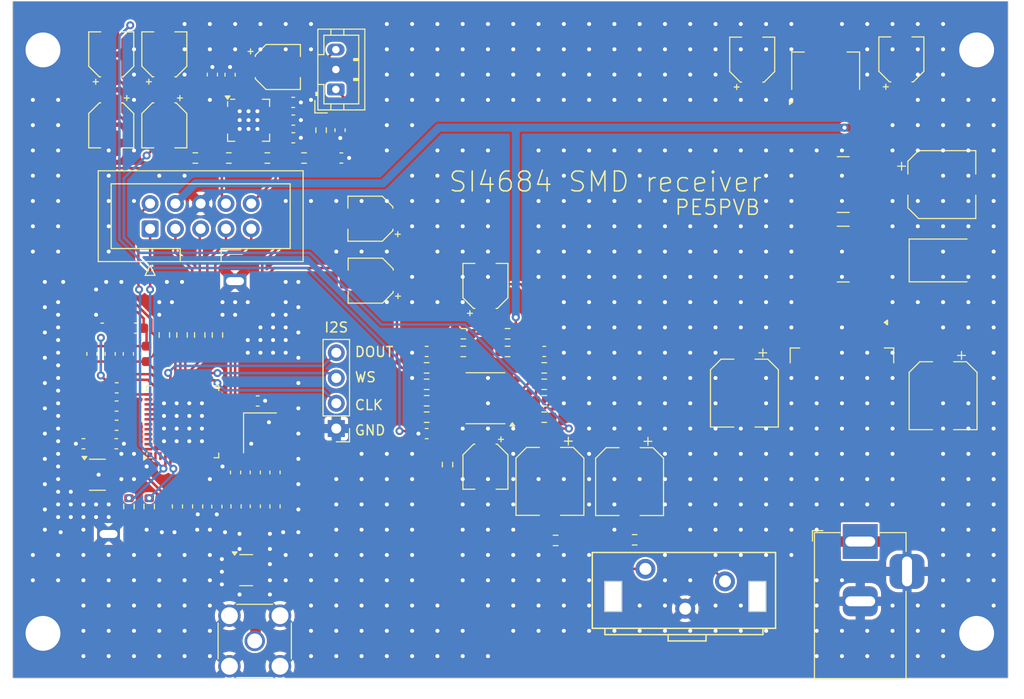
<source format=kicad_pcb>
(kicad_pcb (version 20240108) (generator "pcbnew") (generator_version "8.0")
  (title_block (title "DAB receiver board") (date "2021-07-28") (rev "A") (company "PE5PVB"))
  (layers (0 "F.Cu" signal) (31 "B.Cu" signal) (34 "B.Paste" user) (35 "F.Paste" user) (36 "B.SilkS" user "B.Silkscreen") (37 "F.SilkS" user "F.Silkscreen") (38 "B.Mask" user) (39 "F.Mask" user) (44 "Edge.Cuts" user))
  (net 0 "")
  (net 1 "GND")
  (net 2 "+5V")
  (net 3 "+3V3")
  (net 4 "SDA")
  (net 5 "SCL")
  (net 6 "Net-(C3-Pad2)")
  (net 7 "Net-(U3-VHFI)")
  (net 8 "Net-(U3-VA)")
  (net 9 "+12V")
  (net 10 "Net-(U3-ABYP)")
  (net 11 "Net-(U5-LEFTINM)")
  (net 12 "+1V8")
  (net 13 "RST")
  (net 14 "INT")
  (net 15 "MISO")
  (net 16 "MOSI")
  (net 17 "CLK")
  (net 18 "SS")
  (net 19 "Net-(U5-LEFTINP)")
  (net 20 "Net-(U5-RIGHTINP)")
  (net 21 "Net-(U5-RIGHTINM)")
  (net 22 "Net-(U2-FB)")
  (net 23 "Net-(U3-DACREF)")
  (net 24 "Net-(U5-CPP)")
  (net 25 "Net-(U5-CPN)")
  (net 26 "Net-(U5-CPVSS)")
  (net 27 "Net-(U3-DBYP)")
  (net 28 "Net-(C28-Pad1)")
  (net 29 "Net-(U3-VHFSW)")
  (net 30 "Net-(U5-~SD)")
  (net 31 "Net-(U3-MISO)")
  (net 32 "Net-(U3-MOSI)")
  (net 33 "Net-(U3-SCLK)")
  (net 34 "Net-(U3-SSB)")
  (net 35 "Net-(U5-SDA)")
  (net 36 "Net-(U5-SCL)")
  (net 40 "Net-(D2-K)")
  (net 41 "Net-(J2-In)")
  (net 42 "Net-(U3-XTALI)")
  (net 43 "Net-(U3-XTALO)")
  (net 45 "L")
  (net 47 "R")
  (net 53 "Net-(U6A-+)")
  (net 54 "Net-(U6B-+)")
  (net 55 "Net-(U6C-V+)")
  (net 56 "Net-(U6A--)")
  (net 57 "Net-(U6B--)")
  (net 59 "Net-(C27-Pad1)")
  (net 60 "Net-(J5-IN1)")
  (net 61 "Net-(J5-IN2)")
  (net 62 "Net-(J3-Pin_1)")
  (net 63 "Net-(J3-Pin_3)")
  (net 69 "unconnected-(U3-NVMOS-Pad48)")
  (net 71 "Net-(U5-HPRIGHT)")
  (net 72 "Net-(U5-HPLEFT)")
  (net 73 "Net-(C37-Pad1)")
  (net 74 "Net-(U3-ROUT)")
  (net 75 "Net-(U3-LOUT)")
  (net 76 "Net-(R19-Pad2)")
  (net 77 "Net-(R21-Pad2)")
  (net 78 "DOUT")
  (net 79 "WS")
  (net 80 "CK")
  (footprint "Capacitor_SMD:CP_Elec_4x5.4" (layer "F.Cu") (at 126.216 72.898)
    (property "Reference" "C20" (hide yes))
    (property "Value" "1uF")
  )
  (footprint "Resistor_SMD:R_0603_1608Metric" (layer "F.Cu") (at 152.972 104.775)
    (property "Reference" "R20" (hide yes))
    (property "Value" "3k9")
  )
  (footprint "Resistor_SMD:R_0603_1608Metric" (layer "F.Cu") (at 116.586 99.822 90)
    (property "Reference" "R5" (hide yes))
    (property "Value" "100")
  )
  (footprint "Connector_Coaxial:SMA_Amphenol_132134-16_Vertical" (layer "F.Cu") (at 123.8864 130.556)
    (property "Reference" "J2" (hide yes))
    (property "Value" "Ant")
  )
  (footprint "Capacitor_SMD:CP_Elec_4x5.4" (layer "F.Cu") (at 135.531 94.361 180)
    (property "Reference" "C28" (hide yes))
    (property "Value" "10uF")
  )
  (footprint "Package_TO_SOT_SMD:TO-263-5_TabPin3" (layer "F.Cu") (at 182.88 105.948 -90)
    (property "Reference" "U2" (hide yes))
    (property "Value" "LM2596S-5")
  )
  (footprint "Resistor_SMD:R_0603_1608Metric" (layer "F.Cu") (at 149.289 99.695)
    (property "Reference" "R17" (hide yes))
    (property "Value" "39k")
  )
  (footprint "Capacitor_SMD:C_0603_1608Metric" (layer "F.Cu") (at 124.1848 106.4514)
    (property "Reference" "C17" (hide yes))
    (property "Value" "1uF")
  )
  (footprint "Capacitor_SMD:C_0603_1608Metric" (layer "F.Cu") (at 120.083 117.0556 -90)
    (property "Reference" "C5" (hide yes))
    (property "Value" "2p7")
  )
  (footprint "Crystal:Crystal_SMD_3225-4Pin_3.2x2.5mm" (layer "F.Cu") (at 124.4146 109.6518 -90)
    (property "Reference" "X1" (hide yes))
    (property "Value" "19.2MHz")
  )
  (footprint "Package_TO_SOT_SMD:SOT-23" (layer "F.Cu") (at 123.0294 123.444)
    (property "Reference" "D1" (hide yes))
    (property "Value" "BAV99")
  )
  (footprint "Resistor_SMD:R_0603_1608Metric" (layer "F.Cu") (at 152.972 106.426)
    (property "Reference" "R19" (hide yes))
    (property "Value" "4k7")
  )
  (footprint "Resistor_SMD:R_0603_1608Metric" (layer "F.Cu") (at 149.288 101.473 180)
    (property "Reference" "R15" (hide yes))
    (property "Value" "100k")
  )
  (footprint "Capacitor_SMD:CP_Elec_4x5.4" (layer "F.Cu") (at 114.808 71.628 90)
    (property "Reference" "C8" (hide yes))
    (property "Value" "10uF")
  )
  (footprint "Capacitor_SMD:CP_Elec_4x5.4" (layer "F.Cu") (at 109.474 71.628 90)
    (property "Reference" "C9" (hide yes))
    (property "Value" "10uF")
  )
  (footprint "Inductor_SMD:L_0603_1608Metric" (layer "F.Cu") (at 122.0134 117.0431 90)
    (property "Reference" "L1" (hide yes))
    (property "Value" "18nH")
  )
  (footprint "Capacitor_SMD:C_0603_1608Metric" (layer "F.Cu") (at 108.5644 99.1362)
    (property "Reference" "C35" (hide yes))
    (property "Value" "1uF")
  )
  (footprint "Capacitor_SMD:C_0603_1608Metric" (layer "F.Cu") (at 127.762 78.232)
    (property "Reference" "C19" (hide yes))
    (property "Value" "100n")
  )
  (footprint "Inductor_SMD:L_0603_1608Metric" (layer "F.Cu") (at 125.925 117.0433 90)
    (property "Reference" "L2" (hide yes))
    (property "Value" "BEAD")
  )
  (footprint "Resistor_SMD:R_0603_1608Metric" (layer "F.Cu") (at 141.16 104.775 180)
    (property "Reference" "R22" (hide yes))
    (property "Value" "3k9")
  )
  (footprint "Resistor_SMD:R_0603_1608Metric" (layer "F.Cu") (at 121.285 82.042 180)
    (property "Reference" "R10" (hide yes))
    (property "Value" "100")
  )
  (footprint "Capacitor_SMD:C_0603_1608Metric" (layer "F.Cu") (at 111.955 99.1362)
    (property "Reference" "C26" (hide yes))
    (property "Value" "1uF")
  )
  (footprint "Library:FC68405_cinch" (layer "F.Cu") (at 171.132 115.317 180)
    (property "Reference" "J5" (hide yes))
    (property "Value" "AUDIO" (hide yes))
    (fp_line (start 12.08 -9.26) (end 10.38 -9.26) (stroke (width 0.12)) (layer "Edge.Cuts"))
    (fp_line (start 12.08 -12.28) (end 12.08 -9.26) (stroke (width 0.12)) (layer "Edge.Cuts"))
    (fp_line (start 10.38 -9.26) (end 10.38 -12.28) (stroke (width 0.12)) (layer "Edge.Cuts"))
    (fp_line (start 10.38 -12.28) (end 12.08 -12.28) (stroke (width 0.12)) (layer "Edge.Cuts"))
    (fp_line (start -2.4 -9.26) (end -4.1 -9.26) (stroke (width 0.12)) (layer "Edge.Cuts"))
    (fp_line (start -2.4 -12.28) (end -2.4 -9.26) (stroke (width 0.12)) (layer "Edge.Cuts"))
    (fp_line (start -4.1 -9.26) (end -4.1 -12.28) (stroke (width 0.12)) (layer "Edge.Cuts"))
    (fp_line (start -4.1 -12.28) (end -2.4 -12.28) (stroke (width 0.12)) (layer "Edge.Cuts"))
  )
  (footprint "Resistor_SMD:R_0603_1608Metric" (layer "F.Cu") (at 125.159 82.042)
    (property "Reference" "R11" (hide yes))
    (property "Value" "100")
  )
  (footprint "Capacitor_SMD:C_0603_1608Metric" (layer "F.Cu") (at 123.9438 113.6272 90)
    (property "Reference" "C7" (hide yes))
    (property "Value" "2n2")
  )
  (footprint "Resistor_SMD:R_0603_1608Metric" (layer "F.Cu") (at 143.256 112.84 90)
    (property "Reference" "R18" (hide yes))
    (property "Value" "10")
  )
  (footprint "Capacitor_SMD:C_0603_1608Metric" (layer "F.Cu") (at 109.3642 101.7148 90)
    (property "Reference" "C29" (hide yes))
    (property "Value" "8p2")
  )
  (footprint "Capacitor_SMD:C_0603_1608Metric" (layer "F.Cu") (at 121.9626 113.6272 90)
    (property "Reference" "C12" (hide yes))
    (property "Value" "8p2")
  )
  (footprint "Package_DFN_QFN:QFN-20-1EP_4x4mm_P0.5mm_EP2.7x2.7mm" (layer "F.Cu") (at 123.272 78.248)
    (property "Reference" "U5" (hide yes))
    (property "Value" "TPA6130A2RTJTG4")
  )
  (footprint "Resistor_SMD:R_0603_1608Metric" (layer "F.Cu") (at 114.808 99.822 90)
    (property "Reference" "R4" (hide yes))
    (property "Value" "100")
  )
  (footprint "Resistor_SMD:R_0603_1608Metric" (layer "F.Cu") (at 113.284 117.0433 90)
    (property "Reference" "R2" (hide yes))
    (property "Value" "10k")
  )
  (footprint "Capacitor_SMD:CP_Elec_4x5.4" (layer "F.Cu") (at 173.863 72.158 90)
    (property "Reference" "C24" (hide yes))
    (property "Value" "10uF")
  )
  (footprint "Capacitor_SMD:C_0603_1608Metric" (layer "F.Cu") (at 123.9438 117.0308 90)
    (property "Reference" "C3" (hide yes))
    (property "Value" "33p")
  )
  (footprint "Capacitor_SMD:C_0603_1608Metric" (layer "F.Cu") (at 110.0116 106.9594 180)
    (property "Reference" "C40" (hide yes))
    (property "Value" "2n2")
  )
  (footprint "Resistor_SMD:R_0603_1608Metric" (layer "F.Cu") (at 130.556 79.248 90)
    (property "Reference" "R13" (hide yes))
    (property "Value" "220")
  )
  (footprint "Resistor_SMD:R_0603_1608Metric" (layer "F.Cu") (at 141.16 103.124)
    (property "Reference" "R8" (hide yes))
    (property "Value" "4k7")
  )
  (footprint "Resistor_SMD:R_0603_1608Metric" (layer "F.Cu") (at 128.841 82.042)
    (property "Reference" "R12" (hide yes))
    (property "Value" "220")
  )
  (footprint "Resistor_SMD:R_0603_1608Metric" (layer "F.Cu") (at 144.844 99.695)
    (property "Reference" "R14" (hide yes))
    (property "Value" "39k")
  )
  (footprint "Library:25x25 can" (layer "F.Cu") (at 102.8044 94.4118)
    (property "Reference" "REF**" (hide yes))
    (property "Value" "25x25 can")
  )
  (footprint "Resistor_SMD:R_0603_1608Metric" (layer "F.Cu") (at 141.16 106.426 180)
    (property "Reference" "R21" (hide yes))
    (property "Value" "4k7")
  )
  (footprint "Capacitor_SMD:C_0603_1608Metric" (layer "F.Cu") (at 152.972 101.473)
    (property "Reference" "C32" (hide yes))
    (property "Value" "10p")
  )
  (footprint "Capacitor_SMD:CP_Elec_6.3x7.7" (layer "F.Cu") (at 192.913 84.709)
    (property "Reference" "C16" (hide yes))
    (property "Value" "100uF")
  )
  (footprint "Capacitor_SMD:C_0603_1608Metric" (layer "F.Cu") (at 110.0116 108.8898 180)
    (property "Reference" "C41" (hide yes))
    (property "Value" "1uF")
  )
  (footprint "Resistor_SMD:R_0603_1608Metric" (layer "F.Cu") (at 111.252 117.0433 90)
    (property "Reference" "R1" (hide yes))
    (property "Value" "10k")
  )
  (footprint "Capacitor_SMD:C_0603_1608Metric" (layer "F.Cu") (at 141.16 101.473 180)
    (property "Reference" "C33" (hide yes))
    (property "Value" "10p")
  )
  (footprint "Inductor_SMD:L_TracoPower_TCK-047_5.2x5.8mm" (layer "F.Cu") (at 183.007 91.694 180)
    (property "Reference" "L5" (hide yes))
    (property "Value" "33uH")
  )
  (footprint "Package_DFN_QFN:QFN-48-1EP_7x7mm_P0.5mm_EP5.3x5.3mm" (layer "F.Cu") (at 116.6646 108.5386 90)
    (property "Reference" "U3" (hide yes))
    (property "Value" "SI4684 SMD-A10-GM")
  )
  (footprint "Capacitor_SMD:C_0603_1608Metric" (layer "F.Cu") (at 127.762 80.01)
    (property "Reference" "C15" (hide yes))
    (property "Value" "1uF")
  )
  (footprint "Resistor_SMD:R_0603_1608Metric" (layer "F.Cu") (at 154.115 120.459)
    (property "Reference" "R25" (hide yes))
    (property "Value" "100k")
  )
  (footprint "Capacitor_SMD:CP_Elec_6.3x7.7" (layer "F.Cu") (at 173.082 105.658 -90)
    (property "Reference" "C13" (hide yes))
    (property "Value" "220uF")
  )
  (footprint "Capacitor_SMD:C_0603_1608Metric" (layer "F.Cu") (at 110.0246 105.1306 180)
    (property "Reference" "C38" (hide yes))
    (property "Value" "8p2")
  )
  (footprint "Connector_BarrelJack:BarrelJack_Horizontal" (layer "F.Cu") (at 184.7165 120.571 90)
    (property "Reference" "J1" (hide yes))
    (property "Value" "DC IN")
  )
  (footprint "Inductor_SMD:L_TracoPower_TCK-047_5.2x5.8mm" (layer "F.Cu") (at 183.007 84.709)
    (property "Reference" "L6" (hide yes))
    (property "Value" "22uH")
  )
  (footprint "Capacitor_SMD:CP_Elec_6.3x7.7" (layer "F.Cu") (at 193.04 105.918 -90)
    (property "Reference" "C2" (hide yes))
    (property "Value" "220uF")
  )
  (footprint "Capacitor_SMD:CP_Elec_4x5.4" (layer "F.Cu") (at 135.509 88.138 180)
    (property "Reference" "C27" (hide yes))
    (property "Value" "10uF")
  )
  (footprint "Capacitor_SMD:CP_Elec_4x5.4" (layer "F.Cu") (at 114.808 78.762 -90)
    (property "Reference" "C10" (hide yes))
    (property "Value" "10uF")
  )
  (footprint "Capacitor_SMD:CP_Elec_4x5.4" (layer "F.Cu") (at 147.066 113.052 -90)
    (property "Reference" "C31" (hide yes))
    (property "Value" "10uF")
  )
  (footprint "Resistor_SMD:R_0603_1608Metric" (layer "F.Cu") (at 117.92 82.042)
    (property "Reference" "R3" (hide yes))
    (property "Value" "4k7")
  )
  (footprint "Resistor_SMD:R_0603_1608Metric" (layer "F.Cu") (at 162.052 120.396)
    (property "Reference" "R26" (hide yes))
    (property "Value" "100k")
  )
  (footprint "Inductor_SMD:L_0603_1608Metric" (layer "F.Cu") (at 118.1526 117.0431 -90)
    (property "Reference" "L3" (hide yes))
    (property "Value" "120nH")
  )
  (footprint "Resistor_SMD:R_0603_1608Metric" (layer "F.Cu") (at 152.972 108.077)
    (property "Reference" "R23" (hide yes))
    (property "Value" "220")
  )
  (footprint "Diode_SMD:D_SMB" (layer "F.Cu") (at 193.294 92.329)
    (property "Reference" "D2" (hide yes))
    (property "Value" "SS34")
  )
  (footprint "Connector_JST:JST_PH_B3B-PH-K_1x03_P2.00mm_Vertical" (layer "F.Cu") (at 132.038 75.152 90)
    (property "Reference" "J3" (hide yes))
    (property "Value" "Headphones" (hide yes))
  )
  (footprint "Capacitor_SMD:C_0603_1608Metric" (layer "F.Cu") (at 125.925 113.6272 90)
    (property "Reference" "C6" (hide yes))
    (property "Value" "100n")
  )
  (footprint "Inductor_SMD:L_0603_1608Metric" (layer "F.Cu") (at 116.1206 117.0433 90)
    (property "Reference" "L4" (hide yes))
    (property "Value" "22nH")
  )
  (footprint "Capacitor_SMD:C_0603_1608Metric" (layer "F.Cu") (at 119.634 73.66 90)
    (property "Reference" "C14" (hide yes))
    (property "Value" "1uF")
  )
  (footprint "Capacitor_SMD:CP_Elec_6.3x5.4" (layer "F.Cu") (at 161.544 114.548 -90)
    (property "Reference" "C43" (hide yes))
    (property "Value" "47uF")
  )
  (footprint "Capacitor_SMD:C_0603_1608Metric" (layer "F.Cu") (at 109.982 110.744)
    (property "Reference" "C4" (hide yes))
    (property "Value" "1uF")
  )
  (footprint "Capacitor_SMD:CP_Elec_6.3x5.4" (layer "F.Cu") (at 153.543 114.526 -90)
    (property "Reference" "C42" (hide yes))
    (property "Value" "47uF")
  )
  (footprint "Capacitor_SMD:CP_Elec_4x5.4" (layer "F.Cu") (at 188.849 72.136 90)
    (property "Reference" "C22" (hide yes))
    (property "Value" "10uF")
  )
  (footprint "Package_TO_SOT_SMD:SOT-223-3_TabPin2" (layer "F.Cu") (at 181.243 73.304 90)
    (property "Reference" "U4" (hide yes))
    (property "Value" "AMS1117-3.3")
  )
  (footprint "Connector_IDC:IDC-Header_2x05_P2.54mm_Vertical" (layer "F.Cu") (at 113.3774 89.154 90)
    (property "Reference" "J4" (hide yes))
    (property "Value" "FRONT-PCB")
  )
  (footprint "Capacitor_SMD:CP_Elec_4x5.4" (layer "F.Cu") (at 147.066 94.891 90)
    (property "Reference" "C37" (hide yes))
    (property "Value" "10uF")
  )
  (footprint "Capacitor_SMD:C_0603_1608Metric" (layer "F.Cu") (at 127.749 76.454)
    (property "Reference" "C21" (hide yes))
    (property "Value" "100n")
  )
  (footprint "Capacitor_SMD:C_0603_1608Metric" (layer "F.Cu") (at 107.5354 101.7148 90)
    (property "Reference" "C30" (hide yes))
    (property "Value" "2n2")
  )
  (footprint "Capacitor_SMD:C_0603_1608Metric" (layer "F.Cu") (at 111.193 101.7148 90)
    (property "Reference" "C25" (hide yes))
    (property "Value" "2n2")
  )
  (footprint "Capacitor_SMD:C_0603_1608Metric" (layer "F.Cu") (at 113.0218 101.7148 90)
    (property "Reference" "C23" (hide yes))
    (property "Value" "8p2")
  )
  (footprint "Capacitor_SMD:C_0603_1608Metric" (layer "F.Cu") (at 121.412 73.673 90)
    (property "Reference" "C18" (hide yes))
    (property "Value" "100n")
  )
  (footprint "Capacitor_SMD:C_0603_1608Metric" (layer "F.Cu") (at 132.588 82.042)
    (property "Reference" "C34" (hide yes))
    (property "Value" "270p")
  )
  (footprint "Capacitor_SMD:CP_Elec_4x5.4" (layer "F.Cu") (at 109.474 78.762 -90)
    (property "Reference" "C11" (hide yes))
    (property "Value" "10uF")
  )
  (footprint "Capacitor_SMD:C_0603_1608Metric" (layer "F.Cu") (at 106.68 110.744 180)
    (property "Reference" "C1" (hide yes))
    (property "Value" "1uF")
  )
  (footprint "Resistor_SMD:R_0603_1608Metric" (layer "F.Cu") (at 120.142 99.822 90)
    (property "Reference" "R7" (hide yes))
    (property "Value" "100")
  )
  (footprint "Package_TO_SOT_SMD:SOT-23-5" (layer "F.Cu") (at 108.0825 113.858)
    (property "Reference" "U1" (hide yes))
    (property "Value" "MIC5504-1.8YM5")
  )
  (footprint "Capacitor_SMD:C_0603_1608Metric" (layer "F.Cu") (at 132.461 79.248 -90)
    (property "Reference" "C39" (hide yes))
    (property "Value" "270p")
  )
  (footprint "Resistor_SMD:R_0603_1608Metric" (layer "F.Cu") (at 152.972 103.124 180)
    (property "Reference" "R9" (hide yes))
    (property "Value" "4k7")
  )
  (footprint "Resistor_SMD:R_0603_1608Metric" (layer "F.Cu") (at 118.364 99.822 90)
    (property "Reference" "R6" (hide yes))
    (property "Value" "100")
  )
  (footprint "Resistor_SMD:R_0603_1608Metric" (layer "F.Cu") (at 144.844 101.473 180)
    (property "Reference" "R16" (hide yes))
    (property "Value" "100k")
  )
  (footprint "Resistor_SMD:R_0603_1608Metric" (layer "F.Cu") (at 141.16 108.077 180)
    (property "Reference" "R24" (hide yes))
    (property "Value" "220")
  )
  (footprint "Capacitor_SMD:C_0603_1608Metric" (layer "F.Cu") (at 141.16 109.728 180)
    (property "Reference" "C36" (hide yes))
    (property "Value" "10p")
  )
  (footprint "Package_SO:SOIC-8_3.9x4.9mm_P1.27mm" (layer "F.Cu") (at 147.066 106.172 180)
    (property "Reference" "U6" (hide yes))
    (property "Value" "NE5532")
  )
  (footprint "Connector_PinHeader_2.54mm:PinHeader_1x04_P2.54mm_Vertical" (layer "F.Cu") (at 132.08 109.22 180)
    (property "Reference" "J6" (hide yes))
    (property "Value" "I2S")
  )
  (gr_line (start 99.568 134.29) (end 99.568 66.29) (stroke (width 0.05)) (layer "Edge.Cuts"))
  (gr_line (start 199.568 134.29) (end 199.568 66.29) (stroke (width 0.05)) (layer "Edge.Cuts"))
  (gr_line (start 99.568 134.29) (end 199.568 134.29) (stroke (width 0.05)) (layer "Edge.Cuts"))
  (gr_line (start 99.568 66.29) (end 199.568 66.29) (stroke (width 0.05)) (layer "Edge.Cuts"))
  (gr_text "DOUT\n" (at 133.858 102.108 0) (layer "F.SilkS") (effects (font (size 1 1)) (justify left bottom)))
  (gr_text "GND" (at 133.858 109.982 0) (layer "F.SilkS") (effects (font (size 1 1)) (justify left bottom)))
  (gr_text "WS" (at 133.858 104.648 0) (layer "F.SilkS") (effects (font (size 1 1)) (justify left bottom)))
  (gr_text "SI4684 SMD receiver" (at 143.256 85.598 0) (layer "F.SilkS") (effects (font (size 2 2)) (justify left bottom)))
  (gr_text "PE5PVB" (at 165.989 87.884 0) (layer "F.SilkS") (effects (font (size 1.5 1.5)) (justify left bottom)))
  (gr_text "CLK" (at 133.858 107.442 0) (layer "F.SilkS") (effects (font (size 1 1)) (justify left bottom)))
  (segment (start 122.772 77.748) (end 123.272 78.248) (width 0.25) (layer "F.Cu") (net 1))
  (segment (start 116.4146 111.9886) (end 116.4146 108.7886) (width 0.25) (layer "F.Cu") (net 1))
  (segment (start 113.2146 107.2886) (end 115.4146 107.2886) (width 0.25) (layer "F.Cu") (net 1))
  (segment (start 115.4146 107.2886) (end 116.6646 108.5386) (width 0.25) (layer "F.Cu") (net 1))
  (segment (start 117.4146 111.9886) (end 117.4146 109.2886) (width 0.25) (layer "F.Cu") (net 1))
  (segment (start 124.272 79.248) (end 123.272 78.248) (width 0.25) (layer "F.Cu") (net 1))
  (segment (start 115.9146 111.9886) (end 115.9146 109.2886) (width 0.25) (layer "F.Cu") (net 1))
  (segment (start 116.4146 108.2886) (end 116.6646 108.5386) (width 0.25) (layer "F.Cu") (net 1))
  (segment (start 113.2146 108.2886) (end 116.4146 108.2886) (width 0.25) (layer "F.Cu") (net 1))
  (segment (start 116.4146 108.7886) (end 116.6646 108.5386) (width 0.25) (layer "F.Cu") (net 1))
  (segment (start 122.772 76.298) (end 122.772 77.748) (width 0.25) (layer "F.Cu") (net 1))
  (segment (start 113.2146 107.7886) (end 115.9146 107.7886) (width 0.25) (layer "F.Cu") (net 1))
  (segment (start 123.772 80.198) (end 123.772 78.748) (width 0.25) (layer "F.Cu") (net 1))
  (segment (start 117.9146 109.7886) (end 116.6646 108.5386) (width 0.25) (layer "F.Cu") (net 1))
  (segment (start 116.711 108.585) (end 116.6646 108.5386) (width 0.25) (layer "F.Cu") (net 1))
  (segment (start 121.322 78.248) (end 123.272 78.248) (width 0.25) (layer "F.Cu") (net 1))
  (segment (start 124.272 80.198) (end 124.272 79.248) (width 0.25) (layer "F.Cu") (net 1))
  (segment (start 115.9146 107.7886) (end 116.6646 108.5386) (width 0.25) (layer "F.Cu") (net 1))
  (segment (start 117.9146 111.9886) (end 117.9146 109.7886) (width 0.25) (layer "F.Cu") (net 1))
  (segment (start 115.9146 109.2886) (end 116.6646 108.5386) (width 0.25) (layer "F.Cu") (net 1))
  (segment (start 113.2146 106.7886) (end 114.9146 106.7886) (width 0.25) (layer "F.Cu") (net 1))
  (segment (start 117.4146 109.2886) (end 116.8064 108.6804) (width 0.25) (layer "F.Cu") (net 1))
  (segment (start 116.9146 108.7886) (end 116.6646 108.5386) (width 0.25) (layer "F.Cu") (net 1))
  (segment (start 114.9146 106.7886) (end 116.6646 108.5386) (width 0.25) (layer "F.Cu") (net 1))
  (segment (start 116.8064 108.585) (end 116.711 108.585) (width 0.25) (layer "F.Cu") (net 1))
  (segment (start 125.222 78.248) (end 123.272 78.248) (width 0.25) (layer "F.Cu") (net 1))
  (segment (start 123.772 78.748) (end 123.272 78.248) (width 0.25) (layer "F.Cu") (net 1))
  (segment (start 116.9146 111.9886) (end 116.9146 108.7886) (width 0.25) (layer "F.Cu") (net 1))
  (segment (start 116.8064 108.6804) (end 116.8064 108.585) (width 0.25) (layer "F.Cu") (net 1))
  (via (at 102.616 129.794) (size 5.5) (drill 3.5) (layers "F.Cu" "B.Cu") (net 1))
  (via (at 196.41 129.794) (size 5.5) (drill 3.5) (layers "F.Cu" "B.Cu") (net 1))
  (via (at 196.41 71.181) (size 5.5) (drill 3.5) (layers "F.Cu" "B.Cu") (net 1))
  (via (at 102.616 71.181) (size 5.5) (drill 3.5) (layers "F.Cu" "B.Cu") (net 1))
  (via (at 119.634 72.898) (size 0.8) (drill 0.4) (layers "F.Cu" "B.Cu") (net 1))
  (via (at 195.58 99.06) (size 0.8) (drill 0.4) (layers "F.Cu" "B.Cu") (net 1))
  (via (at 154.94 81.28) (size 0.8) (drill 0.4) (layers "F.Cu" "B.Cu") (net 1))
  (via (at 139.7 132.08) (size 0.8) (drill 0.4) (layers "F.Cu" "B.Cu") (net 1))
  (via (at 195.58 106.68) (size 0.8) (drill 0.4) (layers "F.Cu" "B.Cu") (net 1))
  (via (at 160.02 119.38) (size 0.8) (drill 0.4) (layers "F.Cu" "B.Cu") (net 1))
  (via (at 102.8044 109.728) (size 0.8) (drill 0.4) (layers "F.Cu" "B.Cu") (net 1))
  (via (at 165.1 127) (size 0.8) (drill 0.4) (layers "F.Cu" "B.Cu") (net 1))
  (via (at 182.88 83.82) (size 0.8) (drill 0.4) (layers "F.Cu" "B.Cu") (net 1))
  (via (at 109.22 124.46) (size 0.8) (drill 0.4) (layers "F.Cu" "B.Cu") (net 1))
  (via (at 190.5 76.2) (size 0.8) (drill 0.4) (layers "F.Cu" "B.Cu") (net 1))
  (via (at 172.72 71.12) (size 0.8) (drill 0.4) (layers "F.Cu" "B.Cu") (net 1))
  (via (at 149.86 127) (size 0.8) (drill 0.4) (layers "F.Cu" "B.Cu") (net 1))
  (via (at 109.22 116.84) (size 0.8) (drill 0.4) (layers "F.Cu" "B.Cu") (net 1))
  (via (at 120.65 96.52) (size 0.8) (drill 0.4) (layers "F.Cu" "B.Cu") (net 1))
  (via (at 175.26 106.68) (size 0.8) (drill 0.4) (layers "F.Cu" "B.Cu") (net 1))
  (via (at 198.12 81.28) (size 0.8) (drill 0.4) (layers "F.Cu" "B.Cu") (net 1))
  (via (at 139.7 121.92) (size 0.8) (drill 0.4) (layers "F.Cu" "B.Cu") (net 1))
  (via (at 190.5 88.9) (size 0.8) (drill 0.4) (layers "F.Cu" "B.Cu") (net 1))
  (via (at 102.8044 102.108) (size 0.8) (drill 0.4) (layers "F.Cu" "B.Cu") (net 1))
  (via (at 137.16 68.58) (size 0.8) (drill 0.4) (layers "F.Cu" "B.Cu") (net 1))
  (via (at 137.16 73.66) (size 0.8) (drill 0.4) (layers "F.Cu" "B.Cu") (net 1))
  (via (at 160.02 88.9) (size 0.8) (drill 0.4) (layers "F.Cu" "B.Cu") (net 1))
  (via (at 114.3 129.54) (size 0.8) (drill 0.4) (layers "F.Cu" "B.Cu") (net 1))
  (via (at 198.12 83.82) (size 0.8) (drill 0.4) (layers "F.Cu" "B.Cu") (net 1))
  (via (at 142.24 68.58) (size 0.8) (drill 0.4) (layers "F.Cu" "B.Cu") (net 1))
  (via (at 195.58 121.92) (size 0.8) (drill 0.4) (layers "F.Cu" "B.Cu") (net 1))
  (via (at 139.7 76.2) (size 0.8) (drill 0.4) (layers "F.Cu" "B.Cu") (net 1))
  (via (at 187.96 93.98) (size 0.8) (drill 0.4) (layers "F.Cu" "B.Cu") (net 1))
  (via (at 187.96 68.58) (size 0.8) (drill 0.4) (layers "F.Cu" "B.Cu") (net 1))
  (via (at 182.88 129.54) (size 0.8) (drill 0.4) (layers "F.Cu" "B.Cu") (net 1))
  (via (at 137.16 81.28) (size 0.8) (drill 0.4) (layers "F.Cu" "B.Cu") (net 1))
  (via (at 144.78 91.44) (size 0.8) (drill 0.4) (layers "F.Cu" "B.Cu") (net 1))
  (via (at 170.18 96.52) (size 0.8) (drill 0.4) (layers "F.Cu" "B.Cu") (net 1))
  (via (at 198.12 109.22) (size 0.8) (drill 0.4) (layers "F.Cu" "B.Cu") (net 1))
  (via (at 154.94 76.2) (size 0.8) (drill 0.4) (layers "F.Cu" "B.Cu") (net 1))
  (via (at 170.18 99.06) (size 0.8) (drill 0.4) (layers "F.Cu" "B.Cu") (net 1))
  (via (at 128.27 112.268) (size 0.8) (drill 0.4) (layers "F.Cu" "B.Cu") (net 1))
  (via (at 198.12 114.3) (size 0.8) (drill 0.4) (layers "F.Cu" "B.Cu") (net 1))
  (via (at 128.27 117.348) (size 0.8) (drill 0.4) (layers "F.Cu" "B.Cu") (net 1))
  (via (at 139.7 71.12) (size 0.8) (drill 0.4) (layers "F.Cu" "B.Cu") (net 1))
  (via (at 152.4 73.66) (size 0.8) (drill 0.4) (layers "F.Cu" "B.Cu") (net 1))
  (via (at 120.65 113.03) (size 0.8) (drill 0.4) (layers "F.Cu" "B.Cu") (net 1))
  (via (at 185.42 104.14) (size 0.8) (drill 0.4) (layers "F.Cu" "B.Cu") (net 1))
  (via (at 160.02 86.36) (size 0.8) (drill 0.4) (layers "F.Cu" "B.Cu") (net 1))
  (via (at 154.94 86.36) (size 0.8) (drill 0.4) (layers "F.Cu" "B.Cu") (net 1))
  (via (at 187.96 78.74) (size 0.8) (drill 0.4) (layers "F.Cu" "B.Cu") (net 1))
  (via (at 120.5844 123.603) (size 0.8) (drill 0.4) (layers "F.Cu" "B.Cu") (net 1))
  (via (at 110.49 111.76) (size 0.8) (drill 0.4) (layers "F.Cu" "B.Cu") (net 1))
  (via (at 104.648 94.488) (size 0.8) (drill 0.4) (layers "F.Cu" "B.Cu") (net 1))
  (via (at 195.58 83.82) (size 0.8) (drill 0.4) (layers "F.Cu" "B.Cu") (net 1))
  (via (at 134.62 129.54) (size 0.8) (drill 0.4) (layers "F.Cu" "B.Cu") (net 1))
  (via (at 172.72 111.76) (size 0.8) (drill 0.4) (layers "F.Cu" "B.Cu") (net 1))
  (via (at 193.04 96.52) (size 0.8) (drill 0.4) (layers "F.Cu" "B.Cu") (net 1))
  (via (at 165.1 91.44) (size 0.8) (drill 0.4) (layers "F.Cu" "B.Cu") (net 1))
  (via (at 114.3 121.92) (size 0.8) (drill 0.4) (layers "F.Cu" "B.Cu") (net 1))
  (via (at 195.58 116.84) (size 0.8) (drill 0.4) (layers "F.Cu" "B.Cu") (net 1))
  (via (at 127 97.79) (size 0.8) (drill 0.4) (layers "F.Cu" "B.Cu") (net 1))
  (via (at 139.7 96.52) (size 0.8) (drill 0.4) (layers "F.Cu" "B.Cu") (net 1))
  (via (at 172.72 93.98) (size 0.8) (drill 0.4) (layers "F.Cu" "B.Cu") (net 1))
  (via (at 170.18 119.38) (size 0.8) (drill 0.4) (layers "F.Cu" "B.Cu") (net 1))
  (via (at 134.62 132.08) (size 0.8) (drill 0.4) (layers "F.Cu" "B.Cu") (net 1))
  (via (at 198.12 99.06) (size 0.8) (drill 0.4) (layers "F.Cu" "B.Cu") (net 1))
  (via (at 165.1 96.52) (size 0.8) (drill 0.4) (layers "F.Cu" "B.Cu") (net 1))
  (via (at 157.48 104.14) (size 0.8) (drill 0.4) (layers "F.Cu" "B.Cu") (net 1))
  (via (at 102.8044 119.38) (size 0.8) (drill 0.4) (layers "F.Cu" "B.Cu") (net 1))
  (via (at 195.58 88.9) (size 0.8) (drill 0.4) (layers "F.Cu" "B.Cu") (net 1))
  (via (at 124.46 71.12) (size 0.8) (drill 0.4) (layers "F.Cu" "B.Cu") (net 1))
  (via (at 157.48 109.22) (size 0.8) (drill 0.4) (layers "F.Cu" "B.Cu") (net 1))
  (via (at 147.32 132.08) (size 0.8) (drill 0.4) (layers "F.Cu" "B.Cu") (net 1))
  (via (at 180.34 132.08) (size 0.8) (drill 0.4) (layers "F.Cu" "B.Cu") (net 1))
  (via (at 147.32 116.84) (size 0.8) (drill 0.4) (layers "F.Cu" "B.Cu") (net 1))
  (via (at 165.1 93.98) (size 0.8) (drill 0.4) (layers "F.Cu" "B.Cu") (net 1))
  (via (at 182.88 91.44) (size 0.8) (drill 0.4) (layers "F.Cu" "B.Cu") (net 1))
  (via (at 195.58 119.38) (size 0.8) (drill 0.4) (layers "F.Cu" "B.Cu") (net 1))
  (via (at 114.3 97.79) (size 0.8) (drill 0.4) (layers "F.Cu" "B.Cu") (net 1))
  (via (at 165.1 88.9) (size 0.8) (drill 0.4) (layers "F.Cu" "B.Cu") (net 1))
  (via (at 170.18 129.54) (size 0.8) (drill 0.4) (layers "F.Cu" "B.Cu") (net 1))
  (via (at 165.1 101.6) (size 0.8) (drill 0.4) (layers "F.Cu" "B.Cu") (net 1))
  (via (at 198.12 104.14) (size 0.8) (drill 0.4) (layers "F.Cu" "B.Cu") (net 1))
  (via (at 193.04 127) (size 0.8) (drill 0.4) (layers "F.Cu" "B.Cu") (net 1))
  (via (at 157.48 81.28) (size 0.8) (drill 0.4) (layers "F.Cu" "B.Cu") (net 1))
  (via (at 172.72 68.58) (size 0.8) (drill 0.4) (layers "F.Cu" "B.Cu") (net 1))
  (via (at 149.86 121.92) (size 0.8) (drill 0.4) (layers "F.Cu" "B.Cu") (net 1))
  (via (at 107.95 118.11) (size 0.8) (drill 0.4) (layers "F.Cu" "B.Cu") (net 1))
  (via (at 175.26 114.3) (size 0.8) (drill 0.4) (layers "F.Cu" "B.Cu") (net 1))
  (via (at 187.96 111.76) (size 0.8) (drill 0.4) (layers "F.Cu" "B.Cu") (net 1))
  (via (at 104.14 106.68) (size 0.8) (drill 0.4) (layers "F.Cu" "B.Cu") (net 1))
  (via (at 127 101.6) (size 0.8) (drill 0.4) (layers "F.Cu" "B.Cu") (net 1))
  (via (at 104.14 124.46) (size 0.8) (drill 0.4) (layers "F.Cu" "B.Cu") (net 1))
  (via (at 180.34 127) (size 0.8) (drill 0.4) (layers "F.Cu" "B.Cu") (net 1))
  (via (at 170.18 127) (size 0.8) (drill 0.4) (layers "F.Cu" "B.Cu") (net 1))
  (via (at 154.94 88.9) (size 0.8) (drill 0.4) (layers "F.Cu" "B.Cu") (net 1))
  (via (at 115.57 96.52) (size 0.8) (drill 0.4) (layers "F.Cu" "B.Cu") (net 1))
  (via (at 177.8 88.9) (size 0.8) (drill 0.4) (layers "F.Cu" "B.Cu") (net 1))
  (via (at 187.96 88.9) (size 0.8) (drill 0.4) (layers "F.Cu" "B.Cu") (net 1))
  (via (at 128.27 102.108) (size 0.8) (drill 0.4) (layers "F.Cu" "B.Cu") (net 1))
  (via (at 110.744 110.744) (size 0.8) (drill 0.4) (layers "F.Cu" "B.Cu") (net 1))
  (via (at 109.22 81.28) (size 0.8) (drill 0.4) (layers "F.Cu" "B.Cu") (net 1))
  (via (at 124.46 99.06) (size 0.8) (drill 0.4) (layers "F.Cu" "B.Cu") (net 1))
  (via (at 118.5844 106.68) (size 0.8) (drill 0.4) (layers "F.Cu" "B.Cu") (net 1))
  (via (at 144.78 76.2) (size 0.8) (drill 0.4) (layers "F.Cu" "B.Cu") (net 1))
  (via (at 152.4 88.9) (size 0.8) (drill 0.4) (layers "F.Cu" "B.Cu") (net 1))
  (via (at 137.16 91.44) (size 0.8) (drill 0.4) (layers "F.Cu" "B.Cu") (net 1))
  (via (at 104.14 107.95) (size 0.8) (drill 0.4) (layers "F.Cu" "B.Cu") (net 1))
  (via (at 107.95 116.84) (size 0.8) (drill 0.4) (layers "F.Cu" "B.Cu") (net 1))
  (via (at 193.04 88.9) (size 0.8) (drill 0.4) (layers "F.Cu" "B.Cu") (net 1))
  (via (at 170.18 116.84) (size 0.8) (drill 0.4) (layers "F.Cu" "B.Cu") (net 1))
  (via (at 113.03 113.03) (size 0.8) (drill 0.4) (layers "F.Cu" "B.Cu") (net 1))
  (via (at 162.56 68.58) (size 0.8) (drill 0.4) (layers "F.Cu" "B.Cu") (net 1))
  (via (at 165.1 114.3) (size 0.8) (drill 0.4) (layers "F.Cu" "B.Cu") (net 1))
  (via (at 160.02 71.12) (size 0.8) (drill 0.4) (layers "F.Cu" "B.Cu") (net 1))
  (via (at 116.0444 109.22) (size 0.8) (drill 0.4) (layers "F.Cu" "B.Cu") (net 1))
  (via (at 165.1 86.36) (size 0.8) (drill 0.4) (layers "F.Cu" "B.Cu") (net 1))
  (via (at 102.8044 107.188) (size 0.8) (drill 0.4) (layers "F.Cu" "B.Cu") (net 1))
  (via (at 160.02 104.14) (size 0.8) (drill 0.4) (layers "F.Cu" "B.Cu") (net 1))
  (via (at 117.3144 107.95) (size 0.8) (drill 0.4) (layers "F.Cu" "B.Cu") (net 1))
  (via (at 190.5 73.66) (size 0.8) (drill 0.4) (layers "F.Cu" "B.Cu") (net 1))
  (via (at 187.96 106.68) (size 0.8) (drill 0.4) (layers "F.Cu" "B.Cu") (net 1))
  (via (at 160.02 81.28) (size 0.8) (drill 0.4) (layers "F.Cu" "B.Cu") (net 1))
  (via (at 162.56 81.28) (size 0.8) (drill 0.4) (layers "F.Cu" "B.Cu") (net 1))
  (via (at 175.26 76.2) (size 0.8) (drill 0.4) (layers "F.Cu" "B.Cu") (net 1))
  (via (at 175.26 96.52) (size 0.8) (drill 0.4) (layers "F.Cu" "B.Cu") (net 1))
  (via (at 121.92 71.12) (size 0.8) (drill 0.4) (layers "F.Cu" "B.Cu") (net 1))
  (via (at 193.04 109.22) (size 0.8) (drill 0.4) (layers "F.Cu" "B.Cu") (net 1))
  (via (at 109.22 129.54) (size 0.8) (drill 0.4) (layers "F.Cu" "B.Cu") (net 1))
  (via (at 162.56 88.9) (size 0.8) (drill 0.4) (layers "F.Cu" "B.Cu") (net 1))
  (via (at 160.02 129.54) (size 0.8) (drill 0.4) (layers "F.Cu" "B.Cu") (net 1))
  (via (at 142.24 91.44) (size 0.8) (drill 0.4) (layers "F.Cu" "B.Cu") (net 1))
  (via (at 125.4104 119.793) (size 0.8) (drill 0.4) (layers "F.Cu" "B.Cu") (net 1))
  (via (at 170.18 106.68) (size 0.8) (drill 0.4) (layers "F.Cu" "B.Cu") (net 1))
  (via (at 122.3624 119.793) (size 0.8) (drill 0.4) (layers "F.Cu" "B.Cu") (net 1))
  (via (at 167.64 91.44) (size 0.8) (drill 0.4) (layers "F.Cu" "B.Cu") (net 1))
  (via (at 172.72 96.52) (size 0.8) (drill 0.4) (layers "F.Cu" "B.Cu") (net 1))
  (via (at 117.3144 110.49) (size 0.8) (drill 0.4) (layers "F.Cu" "B.Cu") (net 1))
  (via (at 116.84 124.46) (size 0.8) (drill 0.4) (layers "F.Cu" "B.Cu") (net 1))
  (via (at 128.27 94.488) (size 0.8) (drill 0.4) (layers "F.Cu" "B.Cu") (net 1))
  (via (at 162.56 104.14) (size 0.8) (drill 0.4) (layers "F.Cu" "B.Cu") (net 1))
  (via (at 149.86 68.58) (size 0.8) (drill 0.4) (layers "F.Cu" "B.Cu") (net 1))
  (via (at 180.34 111.76) (size 0.8) (drill 0.4) (layers "F.Cu" "B.Cu") (net 1))
  (via (at 152.4 114.3) (size 0.8) (drill 0.4) (layers "F.Cu" "B.Cu") (net 1))
  (via (at 139.7 104.14) (size 0.8) (drill 0.4) (layers "F.Cu" "B.Cu") (net 1))
  (via (at 129.54 76.2) (size 0.8) (drill 0.4) (layers "F.Cu" "B.Cu") (net 1))
  (via (at 157.48 127) (size 0.8) (drill 0.4) (layers "F.Cu" "B.Cu") (net 1))
  (via (at 111.76 71.12) (size 0.8) (drill 0.4) (layers "F.Cu" "B.Cu") (net 1))
  (via (at 165.1 111.76) (size 0.8) (drill 0.4) (layers "F.Cu" "B.Cu") (net 1))
  (via (at 144.78 71.12) (size 0.8) (drill 0.4) (layers "F.Cu" "B.Cu") (net 1))
  (via (at 165.1 104.14) (size 0.8) (drill 0.4) (layers "F.Cu" "B.Cu") (net 1))
  (via (at 187.96 127) (size 0.8) (drill 0.4) (layers "F.Cu" "B.Cu") (net 1))
  (via (at 172.72 88.9) (size 0.8) (drill 0.4) (layers "F.Cu" "B.Cu") (net 1))
  (via (at 165.1 71.12) (size 0.8) (drill 0.4) (layers "F.Cu" "B.Cu") (net 1))
  (via (at 172.72 127) (size 0.8) (drill 0.4) (layers "F.Cu" "B.Cu") (net 1))
  (via (at 142.24 127) (size 0.8) (drill 0.4) (layers "F.Cu" "B.Cu") (net 1))
  (via (at 162.56 83.82) (size 0.8) (drill 0.4) (layers "F.Cu" "B.Cu") (net 1))
  (via (at 185.42 114.3) (size 0.8) (drill 0.4) (layers "F.Cu" "B.Cu") (net 1))
  (via (at 190.5 86.36) (size 0.8) (drill 0.4) (layers "F.Cu" "B.Cu") (net 1))
  (via (at 154.94 121.92) (size 0.8) (drill 0.4) (layers "F.Cu" "B.Cu") (net 1))
  (via (at 170.18 73.66) (size 0.8) (drill 0.4) (layers "F.Cu" "B.Cu") (net 1))
  (via (at 172.72 99.06) (size 0.8) (drill 0.4) (layers "F.Cu" "B.Cu") (net 1))
  (via (at 193.04 99.06) (size 0.8) (drill 0.4) (layers "F.Cu" "B.Cu") (net 1))
  (via (at 121.92 96.52) (size 0.8) (drill 0.4) (layers "F.Cu" "B.Cu") (net 1))
  (via (at 139.7 88.9) (size 0.8) (drill 0.4) (layers "F.Cu" "B.Cu") (net 1))
  (via (at 127 96.52) (size 0.8) (drill 0.4) (layers "F.Cu" "B.Cu") (net 1))
  (via (at 157.48 68.58) (size 0.8) (drill 0.4) (layers "F.Cu" "B.Cu") (net 1))
  (via (at 149.86 71.12) (size 0.8) (drill 0.4) (layers "F.Cu" "B.Cu") (net 1))
  (via (at 187.96 86.36) (size 0.8) (drill 0.4) (layers "F.Cu" "B.Cu") (net 1))
  (via (at 139.7 111.76) (size 0.8) (drill 0.4) (layers "F.Cu" "B.Cu") (net 1))
  (via (at 119.38 127) (size 0.8) (drill 0.4) (layers "F.Cu" "B.Cu") (net 1))
  (via (at 185.42 101.6) (size 0.8) (drill 0.4) (layers "F.Cu" "B.Cu") (net 1))
  (via (at 134.62 116.84) (size 0.8) (drill 0.4) (layers "F.Cu" "B.Cu") (net 1))
  (via (at 149.86 73.66) (size 0.8) (drill 0.4) (layers "F.Cu" "B.Cu") (net 1))
  (via (at 132.08 91.44) (size 0.8) (drill 0.4) (layers "F.Cu" "B.Cu") (net 1))
  (via (at 167.64 68.58) (size 0.8) (drill 0.4) (layers "F.Cu" "B.Cu") (net 1))
  (via (at 116.84 132.08) (size 0.8) (drill 0.4) (layers "F.Cu" "B.Cu") (net 1))
  (via (at 124.46 101.6) (size 0.8) (drill 0.4) (layers "F.Cu" "B.Cu") (net 1))
  (via (at 198.12 96.52) (size 0.8) (drill 0.4) (layers "F.Cu" "B.Cu") (net 1))
  (via (at 193.04 76.2) (size 0.8) (drill 0.4) (layers "F.Cu" "B.Cu") (net 1))
  (via (at 144.78 88.9) (size 0.8) (drill 0.4) (layers "F.Cu" "B.Cu") (net 1))
  (via (at 128.27 104.648) (size 0.8) (drill 0.4) (layers "F.Cu" "B.Cu") (net 1))
  (via (at 107.95 97.79) (size 0.8) (drill 0.4) (layers "F.Cu" "B.Cu") (net 1))
  (via (at 129.54 71.12) (size 0.8) (drill 0.4) (layers "F.Cu" "B.Cu") (net 1))
  (via (at 198.12 124.46) (size 0.8) (drill 0.4) (layers "F.Cu" "B.Cu") (net 1))
  (via (at 154.94 83.82) (size 0.8) (drill 0.4) (layers "F.Cu" "B.Cu") (net 1))
  (via (at 114.7744 107.95) (size 0.8) (drill 0.4) (layers "F.Cu" "B.Cu") (net 1))
  (via (at 137.16 78.74) (size 0.8) (drill 0.4) (layers "F.Cu" "B.Cu") (net 1))
  (via (at 180.34 119.38) (size 0.8) (drill 0.4) (layers "F.Cu" "B.Cu") (net 1))
  (via (at 167.64 88.9) (size 0.8) (drill 0.4) (layers "F.Cu" "B.Cu") (net 1))
  (via (at 142.24 132.08) (size 0.8) (drill 0.4) (layers "F.Cu" "B.Cu") (net 1))
  (via (at 160.02 116.84) (size 0.8) (drill 0.4) (layers "F.Cu" "B.Cu") (net 1))
  (via (at 182.88 116.84) (size 0.8) (drill 0.4) (layers "F.Cu" "B.Cu") (net 1))
  (via (at 147.32 121.92) (size 0.8) (drill 0.4) (layers "F.Cu" "B.Cu") (net 1))
  (via (at 147.32 68.58) (size 0.8) (drill 0.4) (layers "F.Cu" "B.Cu") (net 1))
  (via (at 152.4 91.44) (size 0.8) (drill 0.4) (layers "F.Cu" "B.Cu") (net 1))
  (via (at 167.64 109.22) (size 0.8) (drill 0.4) (layers "F.Cu" "B.Cu") (net 1))
  (via (at 104.14 97.79) (size 0.8) (drill 0.4) (layers "F.Cu" "B.Cu") (net 1))
  (via (at 198.12 101.6) (size 0.8) (drill 0.4) (layers "F.Cu" "B.Cu") (net 1))
  (via (at 137.16 127) (size 0.8) (drill 0.4) (layers "F.Cu" "B.Cu") (net 1))
  (via (at 165.1 76.2) (size 0.8) (drill 0.4) (layers "F.Cu" "B.Cu") (net 1))
  (via (at 119.38 68.58) (size 0.8) (drill 0.4) (layers "F.Cu" "B.Cu") (net 1))
  (via (at 142.24 81.28) (size 0.8) (drill 0.4) (layers "F.Cu" "B.Cu") (net 1))
  (via (at 132.08 124.46) (size 0.8) (drill 0.4) (layers "F.Cu" "B.Cu") (net 1))
  (via (at 182.88 132.08) (size 0.8) (drill 0.4) (layers "F.Cu" "B.Cu") (net 1))
  (via (at 147.32 93.98) (size 0.8) (drill 0.4) (layers "F.Cu" "B.Cu") (net 1))
  (via (at 127 68.58) (size 0.8) (drill 0.4) (layers "F.Cu" "B.Cu") (net 1))
  (via (at 129.54 129.54) (size 0.8) (drill 0.4) (layers "F.Cu" "B.Cu") (net 1))
  (via (at 109.22 83.82) (size 0.8) (drill 0.4) (layers "F.Cu" "B.Cu") (net 1))
  (via (at 117.3144 109.22) (size 0.8) (drill 0.4) (layers "F.Cu" "B.Cu") (net 1))
  (via (at 120.074588 117.842517) (size 0.8) (drill 0.4) (layers "F.Cu" "B.Cu") (net 1))
  (via (at 139.7 78.74) (size 0.8) (drill 0.4) (layers "F.Cu" "B.Cu") (net 1))
  (via (at 157.48 71.12) (size 0.8) (drill 0.4) (layers "F.Cu" "B.Cu") (net 1))
  (via (at 116.84 68.58) (size 0.8) (drill 0.4) (layers "F.Cu" "B.Cu") (net 1))
  (via (at 157.48 93.98) (size 0.8) (drill 0.4) (layers "F.Cu" "B.Cu") (net 1))
  (via (at 104.14 96.52) (size 0.8) (drill 0.4) (layers "F.Cu" "B.Cu") (net 1))
  (via (at 104.14 121.92) (size 0.8) (drill 0.4) (layers "F.Cu" "B.Cu") (net 1))
  (via (at 160.02 93.98) (size 0.8) (drill 0.4) (layers "F.Cu" "B.Cu") (net 1))
  (via (at 195.58 93.98) (size 0.8) (drill 0.4) (layers "F.Cu" "B.Cu") (net 1))
  (via (at 118.164392 117.832821) (size 0.8) (drill 0.4) (layers "F.Cu" "B.Cu") (net 1))
  (via (at 167.64 129.54) (size 0.8) (drill 0.4) (layers "F.Cu" "B.Cu") (net 1))
  (via (at 182.88 106.68) (size 0.8) (drill 0.4) (layers "F.Cu" "B.Cu") (net 1))
  (via (at 160.02 76.2) (size 0.8) (drill 0.4) (layers "F.Cu" "B.Cu") (net 1))
  (via (at 125.3154 108.585) (size 0.8) (drill 0.4) (layers "F.Cu" "B.Cu") (net 1))
  (via (at 162.56 101.6) (size 0.8) (drill 0.4) (layers "F.Cu" "B.Cu") (net 1))
  (via (at 170.18 91.44) (size 0.8) (drill 0.4) (layers "F.Cu" "B.Cu") (net 1))
  (via (at 180.34 109.22) (size 0.8) (drill 0.4) (layers "F.Cu" "B.Cu") (net 1))
  (via (at 193.04 124.46) (size 0.8) (drill 0.4) (layers "F.Cu" "B.Cu") (net 1))
  (via (at 177.8 81.28) (size 0.8) (drill 0.4) (layers "F.Cu" "B.Cu") (net 1))
  (via (at 149.86 119.38) (size 0.8) (drill 0.4) (layers "F.Cu" "B.Cu") (net 1))
  (via (at 172.72 116.84) (size 0.8) (drill 0.4) (layers "F.Cu" "B.Cu") (net 1))
  (via (at 125.4104 121.317) (size 0.8) (drill 0.4) (layers "F.Cu" "B.Cu") (net 1))
  (via (at 121.92 97.79) (size 0.8) (drill 0.4) (layers "F.Cu" "B.Cu") (net 1))
  (via (at 157.48 88.9) (size 0.8) (drill 0.4) (layers "F.Cu" "B.Cu") (net 1))
  (via (at 137.16 121.92) (size 0.8) (drill 0.4) (layers "F.Cu" "B.Cu") (net 1))
  (via (at 123.5374 110.744) (size 0.8) (drill 0.4) (layers "F.Cu" "B.Cu") (net 1))
  (via (at 177.8 93.98) (size 0.8) (drill 0.4) (layers "F.Cu" "B.Cu") (net 1))
  (via (at 154.94 106.68) (size 0.8) (drill 0.4) (layers "F.Cu" "B.Cu") (net 1))
  (via (at 134.62 127) (size 0.8) (drill 0.4) (layers "F.Cu" "B.Cu") (net 1))
  (via (at 114.554 119.634) (size 0.8) (drill 0.4) (layers "F.Cu" "B.Cu") (net 1))
  (via (at 157.48 86.36) (size 0.8) (drill 0.4) (layers "F.Cu" "B.Cu") (net 1))
  (via (at 195.58 76.2) (size 0.8) (drill 0.4) (layers "F.Cu" "B.Cu") (net 1))
  (via (at 180.34 104.14) (size 0.8) (drill 0.4) (layers "F.Cu" "B.Cu") (net 1))
  (via (at 193.04 73.66) (size 0.8) (drill 0.4) (layers "F.Cu" "B.Cu") (net 1))
  (via (at 147.32 88.9) (size 0.8) (drill 0.4) (layers "F.Cu" "B.Cu") (net 1))
  (via (at 154.94 71.12) (size 0.8) (drill 0.4) (layers "F.Cu" "B.Cu") (net 1))
  (via (at 125.4104 122.841) (size 0.8) (drill 0.4) (layers "F.Cu" "B.Cu") (net 1))
  (via (at 121.412 72.898) (size 0.8) (drill 0.4) (layers "F.Cu" "B.Cu") (net 1))
  (via (at 175.26 88.9) (size 0.8) (drill 0.4) (layers "F.Cu" "B.Cu") (net 1))
  (via (at 123.2662 79.121) (size 0.8) (drill 0.4) (layers "F.Cu" "B.Cu") (net 1))
  (via (at 105.41 118.11) (size 0.8) (drill 0.4) (layers "F.Cu" "B.Cu") (net 1))
  (via (at 111.76 124.46) (size 0.8) (drill 0.4) (layers "F.Cu" "B.Cu") (net 1))
  (via (at 111.76 114.3) (size 0.8) (drill 0.4) (layers "F.Cu" "B.Cu") (net 1))
  (via (at 170.18 114.3) (size 0.8) (drill 0.4) (layers "F.Cu" "B.Cu") (net 1))
  (via (at 162.56 127) (size 0.8) (drill 0.4) (layers "F.Cu" "B.Cu") (net 1))
  (via (at 170.18 111.76) (size 0.8) (drill 0.4) (layers "F.Cu" "B.Cu") (net 1))
  (via (at 123.2662 78.232) (size 0.8) (drill 0.4) (layers "F.Cu" "B.Cu") (net 1))
  (via (at 137.16 71.12) (size 0.8) (drill 0.4) (layers "F.Cu" "B.Cu") (net 1))
  (via (at 149.86 76.2) (size 0.8) (drill 0.4) (layers "F.Cu" "B.Cu") (net 1))
  (via (at 177.8 96.52) (size 0.8) (drill 0.4) (layers "F.Cu" "B.Cu") (net 1))
  (via (at 132.08 119.38) (size 0.8) (drill 0.4) (layers "F.Cu" "B.Cu") (net 1))
  (via (at 193.04 93.98) (size 0.8) (drill 0.4) (layers "F.Cu" "B.Cu") (net 1))
  (via (at 140.335 109.728) (size 0.8) (drill 0.4) (layers "F.Cu" "B.Cu") (net 1))
  (via (at 147.32 81.28) (size 0.8) (drill 0.4) (layers "F.Cu" "B.Cu") (net 1))
  (via (at 157.48 99.06) (size 0.8) (drill 0.4) (layers "F.Cu" "B.Cu") (net 1))
  (via (at 128.27 99.568) (size 0.8) (drill 0.4) (layers "F.Cu" "B.Cu") (net 1))
  (via (at 187.96 104.14) (size 0.8) (drill 0.4) (layers "F.Cu" "B.Cu") (net 1))
  (via (at 147.32 104.14) (size 0.8) (drill 0.4) (layers "F.Cu" "B.Cu") (net 1))
  (via (at 190.5 81.28) (size 0.8) (drill 0.4) (layers "F.Cu" "B.Cu") (net 1))
  (via (at 128.524 76.454) (size 0.8) (drill 0.4) (layers "F.Cu" "B.Cu") (net 1))
  (via (at 104.14 99.06) (size 0.8) (drill 0.4) (layers "F.Cu" "B.Cu") (net 1))
  (via (at 177.8 68.58) (size 0.8) (drill 0.4) (layers "F.Cu" "B.Cu") (net 1))
  (via (at 120.5844 124.873) (size 0.8) (drill 0.4) (layers "F.Cu" "B.Cu") (net 1))
  (via (at 167.64 71.12) (size 0.8) (drill 0.4) (layers "F.Cu" "B.Cu") (net 1))
  (via (at 111.76 81.28) (size 0.8) (drill 0.4) (layers "F.Cu" "B.Cu") (net 1))
  (via (at 187.96 71.12) (size 0.8) (drill 0.4) (layers "F.Cu" "B.Cu") (net 1))
  (via (at 110.49 114.3) (size 0.8) (drill 0.4) (layers "F.Cu" "B.Cu") (net 1))
  (via (at 132.08 129.54) (size 0.8) (drill 0.4) (layers "F.Cu" "B.Cu") (net 1))
  (via (at 190.5 71.12) (size 0.8) (drill 0.4) (layers "F.Cu" "B.Cu") (net 1))
  (via (at 134.62 124.46) (size 0.8) (drill 0.4) (layers "F.Cu" "B.Cu") (net 1))
  (via (at 185.42 73.66) (size 0.8) (drill 0.4) (layers "F.Cu" "B.Cu") (net 1))
  (via (at 149.86 116.84) (size 0.8) (drill 0.4) (layers "F.Cu" "B.Cu") (net 1))
  (via (at 177.8 119.38) (size 0.8) (drill 0.4) (layers "F.Cu" "B.Cu") (net 1))
  (via (at 142.24 71.12) (size 0.8) (drill 0.4) (layers "F.Cu" "B.Cu") (net 1))
  (via (at 132.08 116.84) (size 0.8) (drill 0.4) (layers "F.Cu" "B.Cu") (net 1))
  (via (at 198.12 86.36) (size 0.8) (drill 0.4) (layers "F.Cu" "B.Cu") (net 1))
  (via (at 128.27 119.634) (size 0.8) (drill 0.4) (layers "F.Cu" "B.Cu") (net 1))
  (via (at 154.94 96.52) (size 0.8) (drill 0.4) (layers "F.Cu" "B.Cu") (net 1))
  (via (at 115.062 94.488) (size 0.8) (drill 0.4) (layers "F.Cu" "B.Cu") (net 1))
  (via (at 147.32 114.3) (size 0.8) (drill 0.4) (layers "F.Cu" "B.Cu") (net 1))
  (via (at 162.56 91.44) (size 0.8) (drill 0.4) (layers "F.Cu" "B.Cu") (net 1))
  (via (at 167.64 116.84) (size 0.8) (drill 0.4) (layers "F.Cu" "B.Cu") (net 1))
  (via (at 101.6 124.46) (size 0.8) (drill 0.4) (layers "F.Cu" "B.Cu") (net 1))
  (via (at 170.18 71.12) (size 0.8) (drill 0.4) (layers "F.Cu" "B.Cu") (net 1))
  (via (at 134.62 121.92) (size 0.8) (drill 0.4) (layers "F.Cu" "B.Cu") (net 1))
  (via (at 162.56 86.36) (size 0.8) (drill 0.4) (layers "F.Cu" "B.Cu") (net 1))
  (via (at 119.38 71.12) (size 0.8) (drill 0.4) (layers "F.Cu" "B.Cu") (net 1))
  (via (at 142.24 129.54) (size 0.8) (drill 0.4) (layers "F.Cu" "B.Cu") (net 1))
  (via (at 122.3772 77.343) (size 0.8) (drill 0.4) (layers "F.Cu" "B.Cu") (net 1))
  (via (at 111.76 73.66) (size 0.8) (drill 0.4) (layers "F.Cu" "B.Cu") (net 1))
  (via (at 170.18 68.58) (size 0.8) (drill 0.4) (layers "F.Cu" "B.Cu") (net 1))
  (via (at 101.6 78.74) (size 0.8) (drill 0.4) (layers "F.Cu" "B.Cu") (net 1))
  (via (at 106.68 132.08) (size 0.8) (drill 0.4) (layers "F.Cu" "B.Cu") (net 1))
  (via (at 167.64 81.28) (size 0.8) (drill 0.4) (layers "F.Cu" "B.Cu") (net 1))
  (via (at 180.34 114.3) (size 0.8) (drill 0.4) (layers "F.Cu" "B.Cu") (net 1))
  (via (at 193.04 114.3) (size 0.8) (drill 0.4) (layers "F.Cu" "B.Cu") (net 1))
  (via (at 162.56 93.98) (size 0.8) (drill 0.4) (layers "F.Cu" "B.Cu") (net 1))
  (via (at 139.7 114.3) (size 0.8) (drill 0.4) (layers "F.Cu" "B.Cu") (net 1))
  (via (at 125.4104 125.889) (size 0.8) (drill 0.4) (layers "F.Cu" "B.Cu") (net 1))
  (via (at 165.1 109.22) (size 0.8) (drill 0.4) (layers "F.Cu" "B.Cu") (net 1))
  (via (at 142.24 73.66) (size 0.8) (drill 0.4) (layers "F.Cu" "B.Cu") (net 1))
  (via (at 167.64 99.06) (size 0.8) (drill 0.4) (layers "F.Cu" "B.Cu") (net 1))
  (via (at 198.12 91.44) (size 0.8) (drill 0.4) (layers "F.Cu" "B.Cu") (net 1))
  (via (at 109.22 91.44) (size 0.8) (drill 0.4) (layers "F.Cu" "B.Cu") (net 1))
  (via (at 185.42 71.12) (size 0.8) (drill 0.4) (layers "F.Cu" "B.Cu") (net 1))
  (via (at 119.38 76.2) (size 0.8) (drill 0.4) (layers "F.Cu" "B.Cu") (net 1))
  (via (at 193.04 129.54) (size 0.8) (drill 0.4) (layers "F.Cu" "B.Cu") (net 1))
  (via (at 170.18 76.2) (size 0.8) (drill 0.4) (layers "F.Cu" "B.Cu") (net 1))
  (via (at 120.65 97.79) (size 0.8) (drill 0.4) (layers "F.Cu" "B.Cu") (net 1))
  (via (at 195.58 111.76) (size 0.8) (drill 0.4) (layers "F.Cu" "B.Cu") (net 1))
  (via (at 139.7 83.82) (size 0.8) (drill 0.4) (layers "F.Cu" "B.Cu") (net 1))
  (via (at 144.78 86.36) (size 0.8) (drill 0.4) (layers "F.Cu" "B.Cu") (net 1))
  (via (at 198.12 76.2) (size 0.8) (drill 0.4) (layers "F.Cu" "B.Cu") (net 1))
  (via (at 160.02 91.44) (size 0.8) (drill 0.4) (layers "F.Cu" "B.Cu") (net 1))
  (via (at 170.18 93.98) (size 0.8) (drill 0.4) (layers "F.Cu" "B.Cu") (net 1))
  (via (at 167.64 106.68) (size 0.8) (drill 0.4) (layers "F.Cu" "B.Cu") (net 1))
  (via (at 125.73 100.33) (size 0.8) (drill 0.4) (layers "F.Cu" "B.Cu") (net 1))
  (via (at 139.7 124.46) (size 0.8) (drill 0.4) (layers "F.Cu" "B.Cu") (net 1))
  (via (at 167.64 76.2) (size 0.8) (drill 0.4) (layers "F.Cu" "B.Cu") (net 1))
  (via (at 101.6 86.36) (size 0.8) (drill 0.4) (layers "F.Cu" "B.Cu") (net 1))
  (via (at 185.42 68.58) (size 0.8) (drill 0.4) (layers "F.Cu" "B.Cu") (net 1))
  (via (at 120.5844 122.333) (size 0.8) (drill 0.4) (layers "F.Cu" "B.Cu") (net 1))
  (via (at 119.38 124.46) (size 0.8) (drill 0.4) (layers "F.Cu" "B.Cu") (net 1))
  (via (at 180.34 129.54) (size 0.8) (drill 0.4) (layers "F.Cu" "B.Cu") (net 1))
  (via (at 106.68 129.54) (size 0.8) (drill 0.4) (layers "F.Cu" "B.Cu") (net 1))
  (via (at 187.96 101.6) (size 0.8) (drill 0.4) (layers "F.Cu" "B.Cu") (net 1))
  (via (at 157.48 91.44) (size 0.8) (drill 0.4) (layers "F.Cu" "B.Cu") (net 1))
  (via (at 120.904 119.634) (size 0.8) (drill 0.4) (layers "F.Cu" "B.Cu") (net 1))
  (via (at 182.88 124.46) (size 0.8) (drill 0.4) (layers "F.Cu" "B.Cu") (net 1))
  (via (at 154.94 129.54) (size 0.8) (drill 0.4) (layers "F.Cu" "B.Cu") (net 1))
  (via (at 109.22 118.11) (size 0.8) (drill 0.4) (layers "F.Cu" "B.Cu") (net 1))
  (via (at 124.1552 78.232) (size 0.8) (drill 0.4) (layers "F.Cu" "B.Cu") (net 1))
  (via (at 167.64 73.66) (size 0.8) (drill 0.4) (layers "F.Cu" "B.Cu") (net 1))
  (via (at 198.12 116.84) (size 0.8) (drill 0.4) (layers "F.Cu" "B.Cu") (net 1))
  (via (at 195.58 81.28) (size 0.8) (drill 0.4) (layers "F.Cu" "B.Cu") (net 1))
  (via (at 127 99.06) (size 0.8) (drill 0.4) (layers "F.Cu" "B.Cu") (net 1))
  (via (at 193.04 68.58) (size 0.8) (drill 0.4) (layers "F.Cu" "B.Cu") (net 1))
  (via (at 187.96 96.52) (size 0.8) (drill 0.4) (layers "F.Cu" "B.Cu") (net 1))
  (via (at 119.38 121.92) (size 0.8) (drill 0.4) (layers "F.Cu" "B.Cu") (net 1))
  (via (at 187.96 132.08) (size 0.8) (drill 0.4) (layers "F.Cu" "B.Cu") (net 1))
  (via (at 185.42 109.22) (size 0.8) (drill 0.4) (layers "F.Cu" "B.Cu") (net 1))
  (via (at 170.18 88.9) (size 0.8) (drill 0.4) (layers "F.Cu" "B.Cu") (net 1))
  (via (at 108.966 94.488) (size 0.8) (drill 0.4) (layers "F.Cu" "B.Cu") (net 1))
  (via (at 172.72 129.54) (size 0.8) (drill 0.4) (layers "F.Cu" "B.Cu") (net 1))
  (via (at 160.02 99.06) (size 0.8) (drill 0.4) (layers "F.Cu" "B.Cu") (net 1))
  (via (at 109.22 121.92) (size 0.8) (drill 0.4) (layers "F.Cu" "B.Cu") (net 1))
  (via (at 190.5 127) (size 0.8) (drill 0.4) (layers "F.Cu" "B.Cu") (net 1))
  (via (at 182.88 68.58) (size 0.8) (drill 0.4) (layers "F.Cu" "B.Cu") (net 1))
  (via (at 106.68 118.11) (size 0.8) (drill 0.4) (layers "F.Cu" "B.Cu") (net 1))
  (via (at 132.08 132.08) (size 0.8) (drill 0.4) (layers "F.Cu" "B.Cu") (net 1))
  (via (at 101.6 121.92) (size 0.8) (drill 0.4) (layers "F.Cu" "B.Cu") (net 1))
  (via (at 193.04 86.36) (size 0.8) (drill 0.4) (layers "F.Cu" "B.Cu") (net 1))
  (via (at 157.48 111.76) (size 0.8) (drill 0.4) (layers "F.Cu" "B.Cu") (net 1))
  (via (at 190.5 78.74) (size 0.8) (drill 0.4) (layers "F.Cu" "B.Cu") (net 1))
  (via (at 139.7 86.36) (size 0.8) (drill 0.4) (layers "F.Cu" "B.Cu") (net 1))
  (via (at 195.58 124.46) (size 0.8) (drill 0.4) (layers "F.Cu" "B.Cu") (net 1))
  (via (at 187.96 116.84) (size 0.8) (drill 0.4) (layers "F.Cu" "B.Cu") (net 1))
  (via (at 193.04 132.08) (size 0.8) (drill 0.4) (layers "F.Cu" "B.Cu") (net 1))
  (via (at 132.08 86.36) (size 0.8) (drill 0.4) (layers "F.Cu" "B.Cu") (net 1))
  (via (at 114.3 83.82) (size 0.8) (drill 0.4) (layers "F.Cu" "B.Cu") (net 1))
  (via (at 185.42 111.76) (size 0.8) (drill 0.4) (layers "F.Cu" "B.Cu") (net 1))
  (via (at 111.76 86.36) (size 0.8) (drill 0.4) (layers "F.Cu" "B.Cu") (net 1))
  (via (at 182.88 104.14) (size 0.8) (drill 0.4) (layers "F.Cu" "B.Cu") (net 1))
  (via (at 198.12 93.98) (size 0.8) (drill 0.4) (layers "F.Cu" "B.Cu") (net 1))
  (via (at 115.824 119.634) (size 0.8) (drill 0.4) (layers "F.Cu" "B.Cu") (net 1))
  (via (at 101.6 81.28) (size 0.8) (drill 0.4) (layers "F.Cu" "B.Cu") (net 1))
  (via (at 114.3 127) (size 0.8) (drill 0.4) (layers "F.Cu" "B.Cu") (net 1))
  (via (at 104.14 102.87) (size 0.8) (drill 0.4) (layers "F.Cu" "B.Cu") (net 1))
  (via (at 102.8044 112.268) (size 0.8) (drill 0.4) (layers "F.Cu" "B.Cu") (net 1))
  (via (at 132.08 121.92) (size 0.8) (drill 0.4) (layers "F.Cu" "B.Cu") (net 1))
  (via (at 190.5 68.58) (size 0.8) (drill 0.4) (layers "F.Cu" "B.Cu") (net 1))
  (via (at 172.72 121.92) (size 0.8) (drill 0.4) (layers "F.Cu" "B.Cu") (net 1))
  (via (at 170.18 101.6) (size 0.8) (drill 0.4) (layers "F.Cu" "B.Cu") (net 1))
  (via (at 187.96 109.22) (size 0.8) (drill 0.4) (layers "F.Cu" "B.Cu") (net 1))
  (via (at 180.34 106.68) (size 0.8) (drill 0.4) (layers "F.Cu" "B.Cu") (net 1))
  (via (at 160.02 101.6) (size 0.8) (drill 0.4) (layers "F.Cu" "B.Cu") (net 1))
  (via (at 157.48 114.3) (size 0.8) (drill 0.4) (layers "F.Cu" "B.Cu") (net 1))
  (via (at 170.18 109.22) (size 0.8) (drill 0.4) (layers "F.Cu" "B.Cu") (net 1))
  (via (at 162.56 114.3) (size 0.8) (drill 0.4) (layers "F.Cu" "B.Cu") (net 1))
  (via (at 101.6 83.82) (size 0.8) (drill 0.4) (layers "F.Cu" "B.Cu") (net 1))
  (via (at 139.7 73.66) (size 0.8) (drill 0.4) (layers "F.Cu" "B.Cu") (net 1))
  (via (at 124.9344 106.426) (size 0.8) (drill 0.4) (layers "F.Cu" "B.Cu") (net 1))
  (via (at 129.54 124.46) (size 0.8) (drill 0.4) (layers "F.Cu" "B.Cu") (net 1))
  (via (at 162.56 106.68) (size 0.8) (drill 0.4) (layers "F.Cu" "B.Cu") (net 1))
  (via (at 195.58 114.3) (size 0.8) (drill 0.4) (layers "F.Cu" "B.Cu") (net 1))
  (via (at 152.4 71.12) (size 0.8) (drill 0.4) (layers "F.Cu" "B.Cu") (net 1))
  (via (at 175.26 86.36) (size 0.8) (drill 0.4) (layers "F.Cu" "B.Cu") (net 1))
  (via (at 119.38 132.08) (size 0.8) (drill 0.4) (layers "F.Cu" "B.Cu") (net 1))
  (via (at 116.84 71.12) (size 0.8) (drill 0.4) (layers "F.Cu" "B.Cu") (net 1))
  (via (at 152.4 68.58) (size 0.8) (drill 0.4) (layers "F.Cu" "B.Cu") (net 1))
  (via (at 134.62 86.36) (size 0.8) (drill 0.4) (layers "F.Cu" "B.Cu") (net 1))
  (via (at 175.26 83.82) (size 0.8) (drill 0.4) (layers "F.Cu" "B.Cu") (net 1))
  (via (at 152.4 81.28) (size 0.8) (drill 0.4) (layers "F.Cu" "B.Cu") (net 1))
  (via (at 157.48 96.52) (size 0.8) (drill 0.4) (layers "F.Cu" "B.Cu") (net 1))
  (via (at 193.04 83.82) (size 0.8) (drill 0.4) (layers "F.Cu" "B.Cu") (net 1))
  (via (at 144.78 121.92) (size 0.8) (drill 0.4) (layers "F.Cu" "B.Cu") (net 1))
  (via (at 177.8 121.92) (size 0.8) (drill 0.4) (layers "F.Cu" "B.Cu") (net 1))
  (via (at 127 124.46) (size 0.8) (drill 0.4) (layers "F.Cu" "B.Cu") (net 1))
  (via (at 102.8044 104.648) (size 0.8) (drill 0.4) (layers "F.Cu" "B.Cu") (net 1))
  (via (at 104.14 113.03) (size 0.8) (drill 0.4) (layers "F.Cu" "B.Cu") (net 1))
  (via (at 198.12 121.92) (size 0.8) (drill 0.4) (layers "F.Cu" "B.Cu") (net 1))
  (via (at 139.7 116.84) (size 0.8) (drill 0.4) (layers "F.Cu" "B.Cu") (net 1))
  (via (at 187.96 129.54) (size 0.8) (drill 0.4) (layers "F.Cu" "B.Cu") (net 1))
  (via (at 180.34 124.46) (size 0.8) (drill 0.4) (layers "F.Cu" "B.Cu") (net 1))
  (via (at 110.49 94.488) (size 0.8) (drill 0.4) (layers "F.Cu" "B.Cu") (net 1))
  (via (at 119.38 129.54) (size 0.8) (drill 0.4) (layers "F.Cu" "B.Cu") (net 1))
  (via (at 137.16 96.52) (size 0.8) (drill 0.4) (layers "F.Cu" "B.Cu") (net 1))
  (via (at 113.03 119.38) (size 0.8) (drill 0.4) (layers "F.Cu" "B.Cu") (net 1))
  (via (at 119.38 114.3) (size 0.8) (drill 0.4) (layers "F.Cu" "B.Cu") (net 1))
  (via (at 198.12 106.68) (size 0.8) (drill 0.4) (layers "F.Cu" "B.Cu") (net 1))
  (via (at 182.88 81.28) (size 0.8) (drill 0.4) (layers "F.Cu" "B.Cu") (net 1))
  (via (at 175.26 109.22) (size 0.8) (drill 0.4) (layers "F.Cu" "B.Cu") (net 1))
  (via (at 177.8 116.84) (size 0.8) (drill 0.4) (layers "F.Cu" "B.Cu") (net 1))
  (via (at 102.8044 117.348) (size 0.8) (drill 0.4) (layers "F.Cu" "B.Cu") (net 1))
  (via (at 118.5844 107.95) (size 0.8) (drill 0.4) (layers "F.Cu" "B.Cu") (net 1))
  (via (at 160.02 106.68) (size 0.8) (drill 0.4) (layers "F.Cu" "B.Cu") (net 1))
  (via (at 104.14 109.22) (size 0.8) (drill 0.4) (layers "F.Cu" "B.Cu") (net 1))
  (via (at 175.26 121.92) (size 0.8) (drill 0.4) (layers "F.Cu" "B.Cu") (net 1))
  (via (at 157.48 116.84) (size 0.8) (drill 0.4) (layers "F.Cu" "B.Cu") (net 1))
  (via (at 129.54 121.92) (size 0.8) (drill 0.4) (layers "F.Cu" "B.Cu") (net 1))
  (via (at 198.12 88.9) (size 0.8) (drill 0.4) (layers "F.Cu" "B.Cu") (net 1))
  (via (at 109.22 132.08) (size 0.8) (drill 0.4) (layers "F.Cu" "B.Cu") (net 1))
  (via (at 193.04 71.12) (size 0.8) (drill 0.4) (layers "F.Cu" "B.Cu") (net 1))
  (via (at 175.26 111.76) (size 0.8) (drill 0.4) (layers "F.Cu" "B.Cu") (net 1))
  (via (at 116.84 73.66) (size 0.8) (drill 0.4) (layers "F.Cu" "B.Cu") (net 1))
  (via (at 147.32 124.46) (size 0.8) (drill 0.4) (layers "F.Cu" "B.Cu") (net 1))
  (via (at 118.11 119.38) (size 0.8) (drill 0.4) (layers "F.Cu" "B.Cu") (net 1))
  (via (at 144.78 81.28) (size 0.8) (drill 0.4) (layers "F.Cu" "B.Cu") (net 1))
  (via (at 198.12 119.38) (size 0.8) (drill 0.4) (layers "F.Cu" "B.Cu") (net 1))
  (via (at 102.8044 97.028) (size 0.8) (drill 0.4) (layers "F.Cu" "B.Cu") (net 1))
  (via (at 133.373069 82.034595) (size 0.8) (drill 0.4) (layers "F.Cu" "B.Cu") (net 1))
  (via (at 152.4 127) (size 0.8) (drill 0.4) (layers "F.Cu" "B.Cu") (net 1))
  (via (at 111.76 132.08) (size 0.8) (drill 0.4) (layers "F.Cu" "B.Cu") (net 1))
  (via (at 167.64 93.98) (size 0.8) (drill 0.4) (layers "F.Cu" "B.Cu") (net 1))
  (via (at 152.4 76.2) (size 0.8) (drill 0.4) (layers "F.Cu" "B.Cu") (net 1))
  (via (at 119.38 119.38) (size 0.8) (drill 0.4) (layers "F.Cu" "B.Cu") (net 1))
  (via (at 152.4 129.54) (size 0.8) (drill 0.4) (layers "F.Cu" "B.Cu") (net 1))
  (via (at 167.64 104.14) (size 0.8) (drill 0.4) (layers "F.Cu" "B.Cu") (net 1))
  (via (at 101.6 91.44) (size 0.8) (drill 0.4) (layers "F.Cu" "B.Cu") (net 1))
  (via (at 177.8 99.06) (size 0.8) (drill 0.4) (layers "F.Cu" "B.Cu") (net 1))
  (via (at 167.64 111.76) (size 0.8) (drill 0.4) (layers "F.Cu" "B.Cu") (net 1))
  (via (at 182.88 114.3) (size 0.8) (drill 0.4) (layers "F.Cu" "B.Cu") (net 1))
  (via (at 157.48 106.68) (size 0.8) (drill 0.4) (layers "F.Cu" "B.Cu") (net 1))
  (via (at 175.26 116.84) (size 0.8) (drill 0.4) (layers "F.Cu" "B.Cu") (net 1))
  (via (at 198.12 111.76) (size 0.8) (drill 0.4) (layers "F.Cu" "B.Cu") (net 1))
  (via (at 129.54 86.36) (size 0.8) (drill 0.4) (layers "F.Cu" "B.Cu") (net 1))
  (via (at 109.22 88.9) (size 0.8) (drill 0.4) (layers "F.Cu" "B.Cu") (net 1))
  (via (at 154.94 127) (size 0.8) (drill 0.4) (layers "F.Cu" "B.Cu") (net 1))
  (via (at 134.62 114.3) (size 0.8) (drill 0.4) (layers "F.Cu" "B.Cu") (net 1))
  (via (at 124.1552 79.121) (size 0.8) (drill 0.4) (layers "F.Cu" "B.Cu") (net 1))
  (via (at 175.26 104.14) (size 0.8) (drill 0.4) (layers "F.Cu" "B.Cu") (net 1))
  (via (at 154.94 93.98) (size 0.8) (drill 0.4) (layers "F.Cu" "B.Cu") (net 1))
  (via (at 139.7 93.98) (size 0.8) (drill 0.4) (layers "F.Cu" "B.Cu") (net 1))
  (via (at 167.64 96.52) (size 0.8) (drill 0.4) (layers "F.Cu" "B.Cu") (net 1))
  (via (at 175.26 129.54) (size 0.8) (drill 0.4) (layers "F.Cu" "B.Cu") (net 1))
  (via (at 193.04 81.28) (size 0.8) (drill 0.4) (layers "F.Cu" "B.Cu") (net 1))
  (via (at 157.48 129.54) (size 0.8) (drill 0.4) (layers "F.Cu" "B.Cu") (net 1))
  (via (at 193.04 121.92) (size 0.8) (drill 0.4) (layers "F.Cu" "B.Cu") (net 1))
  (via (at 147.32 76.2) (size 0.8) (drill 0.4) (layers "F.Cu" "B.Cu") (net 1))
  (via (at 128.27 97.028) (size 0.8) (drill 0.4) (layers "F.Cu" "B.Cu") (net 1))
  (via (at 104.14 111.76) (size 0.8) (drill 0.4) (layers "F.Cu" "B.Cu") (net 1))
  (via (at 165.1 116.84) (size 0.8) (drill 0.4) (layers "F.Cu" "B.Cu") (net 1))
  (via (at 165.1 106.68) (size 0.8) (drill 0.4) (layers "F.Cu" "B.Cu") (net 1))
  (via (at 160.02 73.66) (size 0.8) (drill 0.4) (layers "F.Cu" "B.Cu") (net 1))
  (via (at 167.64 114.3) (size 0.8) (drill 0.4) (layers "F.Cu" "B.Cu") (net 1))
  (via (at 157.48 121.92) (size 0.8) (drill 0.4) (layers "F.Cu" "B.Cu") (net 1))
  (via (at 182.88 93.98) (size 0.8) (drill 0.4) (layers "F.Cu" "B.Cu") (net 1))
  (via (at 147.32 119.38) (size 0.8) (drill 0.4) (layers "F.Cu" "B.Cu") (net 1))
  (via (at 172.72 114.3) (size 0.8) (drill 0.4) (layers "F.Cu" "B.Cu") (net 1))
  (via (at 195.58 96.52) (size 0.8) (drill 0.4) (layers "F.Cu" "B.Cu") (net 1))
  (via (at 114.7744 110.49) (size 0.8) (drill 0.4) (layers "F.Cu" "B.Cu") (net 1))
  (via (at 106.68 119.38) (size 0.8) (drill 0.4) (layers "F.Cu" "B.Cu") (net 1))
  (via (at 118.5844 109.22) (size 0.8) (drill 0.4) (layers "F.Cu" "B.Cu") (net 1))
  (via (at 147.32 73.66) (size 0.8) (drill 0.4) (layers "F.Cu" "B.Cu") (net 1))
  (via (at 172.72 81.28) (size 0.8) (drill 0.4) (layers "F.Cu" "B.Cu") (net 1))
  (via (at 114.3 124.46) (size 0.8) (drill 0.4) (layers "F.Cu" "B.Cu") (net 1))
  (via (at 149.86 111.76) (size 0.8) (drill 0.4) (layers "F.Cu" "B.Cu") (net 1))
  (via (at 134.62 111.76) (size 0.8) (drill 0.4) (layers "F.Cu" "B.Cu") (net 1))
  (via (at 139.7 119.38) (size 0.8) (drill 0.4) (layers "F.Cu" "B.Cu") (net 1))
  (via (at 128.524 78.232) (size 0.8) (drill 0.4) (layers "F.Cu" "B.Cu") (net 1))
  (via (at 154.94 124.46) (size 0.8) (drill 0.4) (layers "F.Cu" "B.Cu") (net 1))
  (via (at 125.73 99.06) (size 0.8) (drill 0.4) (layers "F.Cu" "B.Cu") (net 1))
  (via (at 104.14 115.57) (size 0.8) (drill 0.4) (layers "F.Cu" "B.Cu") (net 1))
  (via (at 106.68 121.92) (size 0.8) (drill 0.4) (layers "F.Cu" "B.Cu") (net 1))
  (via (at 139.7 68.58) (size 0.8) (drill 0.4) (layers "F.Cu" "B.Cu") (net 1))
  (via (at 114.3 132.08) (size 0.8) (drill 0.4) (layers "F.Cu" "B.Cu") (net 1))
  (via (at 104.14 91.44) (size 0.8) (drill 0.4) (layers "F.Cu" "B.Cu") (net 1))
  (via (at 177.8 111.76) (size 0.8) (drill 0.4) (layers "F.Cu" "B.Cu") (net 1))
  (via (at 165.1 81.28) (size 0.8) (drill 0.4) (layers "F.Cu" "B.Cu") (net 1))
  (via (at 172.72 119.38) (size 0.8) (drill 0.4) (layers "F.Cu" "B.Cu") (net 1))
  (via (at 147.32 86.36) (size 0.8) (drill 0.4) (layers "F.Cu" "B.Cu") (net 1))
  (via (at 175.26 68.58) (size 0.8) (drill 0.4) (layers "F.Cu" "B.Cu") (net 1))
  (via (at 137.16 76.2) (size 0.8) (drill 0.4) (layers "F.Cu" "B.Cu") (net 1))
  (via (at 127 86.36) (size 0.8) (drill 0.4) (layers "F.Cu" "B.Cu") (net 1))
  (via (at 162.56 99.06) (size 0.8) (drill 0.4) (layers "F.Cu" "B.Cu") (net 1))
  (via (at 137.16 132.08) (size 0.8) (drill 0.4) (layers "F.Cu" "B.Cu") (net 1))
  (via (at 198.12 127) (size 0.8) (drill 0.4) (layers "F.Cu" "B.Cu") (net 1))
  (via (at 122.3772 78.232) (size 0.8) (drill 0.4) (layers "F.Cu" "B.Cu") (net 1))
  (via (at 149.86 109.22) (size 0.8) (drill 0.4) (layers "F.Cu" "B.Cu") (net 1))
  (via (at 170.18 81.28) (size 0.8) (drill 0.4) (layers "F.Cu" "B.Cu") (net 1))
  (via (at 111.76 127) (size 0.8) (drill 0.4) (layers "F.Cu" "B.Cu") (net 1))
  (via (at 139.7 101.6) (size 0.8) (drill 0.4) (layers "F.Cu" "B.Cu") (net 1))
  (via (at 123.19 101.6) (size 0.8) (drill 0.4) (layers "F.Cu" "B.Cu") (net 1))
  (via (at 162.56 96.52) (size 0.8) (drill 0.4) (layers "F.Cu" "B.Cu") (net 1))
  (via (at 116.0444 110.49) (size 0.8) (drill 0.4) (layers "F.Cu" "B.Cu") (net 1))
  (via (at 177.8 91.44) (size 0.8) (drill 0.4) (layers "F.Cu" "B.Cu") (net 1))
  (via (at 104.14 81.28) (size 0.8) (drill 0.4) (layers "F.Cu" "B.Cu") (net 1))
  (via (at 124.1552 77.343) (size 0.8) (drill 0.4) (layers "F.Cu" "B.Cu") (net 1))
  (via (at 104.14 118.11) (size 0.8) (drill 0.4) (layers "F.Cu" "B.Cu") (net 1))
  (via (at 124.46 68.58) (size 0.8) (drill 0.4) (layers "F.Cu" "B.Cu") (net 1))
  (via (at 126.746 119.634) (size 0.8) (drill 0.4) (layers "F.Cu" "B.Cu") (net 1))
  (via (at 182.88 101.6) (size 0.8) (drill 0.4) (layers "F.Cu" "B.Cu") (net 1))
  (via (at 144.78 116.84) (size 0.8) (drill 0.4) (layers "F.Cu" "B.Cu") (net 1))
  (via (at 152.4 124.46) (size 0.8) (drill 0.4) (layers "F.Cu" "B.Cu") (net 1))
  (via (at 132.08 114.3) (size 0.8) (drill 0.4) (layers "F.Cu" "B.Cu") (net 1))
  (via (at 104.14 88.9) (size 0.8) (drill 0.4) (layers "F.Cu" "B.Cu") (net 1))
  (via (at 154.94 68.58) (size 0.8) (drill 0.4) (layers "F.Cu" "B.Cu") (net 1))
  (via (at 104.14 104.14) (size 0.8) (drill 0.4) (layers "F.Cu" "B.Cu") (net 1))
  (via (at 180.34 116.84) (size 0.8) (drill 0.4) (layers "F.Cu" "B.Cu") (net 1))
  (via (at 160.02 114.3) (size 0.8) (drill 0.4) (layers "F.Cu" "B.Cu") (net 1))
  (via (at 128.524 80.01) (size 0.8) (drill 0.4) (layers "F.Cu" "B.Cu") (net 1))
  (via (at 116.586 94.488) (size 0.8) (drill 0.4) (layers "F.Cu" "B.Cu") (net 1))
  (via (at 187.96 81.28) (size 0.8) (drill 0.4) (layers "F.Cu" "B.Cu") (net 1))
  (via (at 102.8044 94.488) (size 0.8) (drill 0.4) (layers "F.Cu" "B.Cu") (net 1))
  (via (at 105.41 115.57) (size 0.8) (drill 0.4) (layers "F.Cu" "B.Cu") (net 1))
  (via (at 193.04 78.74) (size 0.8) (drill 0.4) (layers "F.Cu" "B.Cu") (net 1))
  (via (at 147.32 91.44) (size 0.8) (drill 0.4) (layers "F.Cu" "B.Cu") (net 1))
  (via (at 195.58 109.22) (size 0.8) (drill 0.4) (layers "F.Cu" "B.Cu") (net 1))
  (via (at 129.54 132.08) (size 0.8) (drill 0.4) (layers "F.Cu" "B.Cu") (net 1))
  (via (at 104.14 110.49) (size 0.8) (drill 0.4) (layers "F.Cu" "B.Cu") (net 1))
  (via (at 185.42 116.84) (size 0.8) (drill 0.4) (layers "F.Cu" "B.Cu") (net 1))
  (via (at 114.7744 109.22) (size 0.8) (drill 0.4) (layers "F.Cu" "B.Cu") (net 1))
  (via (at 162.56 71.12) (size 0.8) (drill 0.4) (layers "F.Cu" "B.Cu") (net 1))
  (via (at 142.24 96.52) (size 0.8) (drill 0.4) (layers "F.Cu" "B.Cu") (net 1))
  (via (at 182.88 111.76) (size 0.8) (drill 0.4) (layers "F.Cu" "B.Cu") (net 1))
  (via (at 177.8 86.36) (size 0.8) (drill 0.4) (layers "F.Cu" "B.Cu") (net 1))
  (via (at 129.54 127) (size 0.8) (drill 0.4) (layers "F.Cu" "B.Cu") (net 1))
  (via (at 182.88 99.06) (size 0.8) (drill 0.4) (layers "F.Cu" "B.Cu") (net 1))
  (via (at 177.8 76.2) (size 0.8) (drill 0.4) (layers "F.Cu" "B.Cu") (net 1))
  (via (at 162.56 129.54) (size 0.8) (drill 0.4) (layers "F.Cu" "B.Cu") (net 1))
  (via (at 198.12 78.74) (size 0.8) (drill 0.4) (layers "F.Cu" "B.Cu") (net 1))
  (via (at 128.27 114.808) (size 0.8) (drill 0.4) (layers "F.Cu" "B.Cu") (net 1))
  (via (at 193.04 111.76) (size 0.8) (drill 0.4) (layers "F.Cu" "B.Cu") (net 1))
  (via (at 154.94 91.44) (size 0.8) (drill 0.4) (layers "F.Cu" "B.Cu") (net 1))
  (via (at 109.22 127) (size 0.8) (drill 0.4) (layers "F.Cu" "B.Cu") (net 1))
  (via (at 193.04 106.68) (size 0.8) (drill 0.4) (layers "F.Cu" "B.Cu") (net 1))
  (via (at 162.56 76.2) (size 0.8) (drill 0.4) (layers "F.Cu" "B.Cu") (net 1))
  (via (at 175.26 99.06) (size 0.8) (drill 0.4) (layers "F.Cu" "B.Cu") (net 1))
  (via (at 132.08 127) (size 0.8) (drill 0.4) (layers "F.Cu" "B.Cu") (net 1))
  (via (at 111.76 76.2) (size 0.8) (drill 0.4) (layers "F.Cu" "B.Cu") (net 1))
  (via (at 193.04 119.38) (size 0.8) (drill 0.4) (layers "F.Cu" "B.Cu") (net 1))
  (via (at 147.32 106.68) (size 0.8) (drill 0.4) (layers "F.Cu" "B.Cu") (net 1))
  (via (at 193.04 91.44) (size 0.8) (drill 0.4) (layers "F.Cu" "B.Cu") (net 1))
  (via (at 125.73 97.79) (size 0.8) (drill 0.4) (layers "F.Cu" "B.Cu") (net 1))
  (via (at 175.26 93.98) (size 0.8) (drill 0.4) (layers "F.Cu" "B.Cu") (net 1))
  (via (at 123.2662 77.343) (size 0.8) (drill 0.4) (layers "F.Cu" "B.Cu") (net 1))
  (via (at 185.42 129.54) (size 0.8) (drill 0.4) (layers "F.Cu" "B.Cu") (net 1))
  (via (at 195.58 78.74) (size 0.8) (drill 0.4) (layers "F.Cu" "B.Cu") (net 1))
  (via (at 165.1 124.46) (size 0.8) (drill 0.4) (layers "F.Cu" "B.Cu") (net 1))
  (via (at 167.64 119.38) (size 0.8) (drill 0.4) (layers "F.Cu" "B.Cu") (net 1))
  (via (at 123.19 96.52) (size 0.8) (drill 0.4) (layers "F.Cu" "B.Cu") (net 1))
  (via (at 175.26 91.44) (size 0.8) (drill 0.4) (layers "F.Cu" "B.Cu") (net 1))
  (via (at 105.918 110.744) (size 0.8) (drill 0.4) (layers "F.Cu" "B.Cu") (net 1))
  (via (at 142.24 83.82) (size 0.8) (drill 0.4) (layers "F.Cu" "B.Cu") (net 1))
  (via (at 177.8 104.14) (size 0.8) (drill 0.4) (layers "F.Cu" "B.Cu") (net 1))
  (via (at 147.32 109.22) (size 0.8) (drill 0.4) (layers "F.Cu" "B.Cu") (net 1))
  (via (at 104.14 83.82) (size 0.8) (drill 0.4) (layers "F.Cu" "B.Cu") (net 1))
  (via (at 104.14 78.74) (size 0.8) (drill 0.4) (layers "F.Cu" "B.Cu") (net 1))
  (via (at 144.78 119.38) (size 0.8) (drill 0.4) (layers "F.Cu" "B.Cu") (net 1))
  (via (at 172.72 76.2) (size 0.8) (drill 0.4) (layers "F.Cu" "B.Cu") (net 1))
  (via (at 152.4 121.92) (size 0.8) (drill 0.4) (layers "F.Cu" "B.Cu") (net 1))
  (via (at 104.14 105.41) (size 0.8) (drill 0.4) (layers "F.Cu" "B.Cu") (net 1))
  (via (at 160.02 68.58) (size 0.8) (drill 0.4) (layers "F.Cu" "B.Cu") (net 1))
  (via (at 105.41 116.84) (size 0.8) (drill 0.4) (layers "F.Cu" "B.Cu") (net 1))
  (via (at 137.16 86.36) (size 0.8) (drill 0.4) (layers "F.Cu" "B.Cu") (net 1))
  (via (at 154.94 99.06) (size 0.8) (drill 0.4) (layers "F.Cu" "B.Cu") (net 1))
  (via (at 144.78 114.3) (size 0.8) (drill 0.4) (layers "F.Cu" "B.Cu") (net 1))
  (via (at 193.04 116.84) (size 0.8) (drill 0.4) (layers "F.Cu" "B.Cu") (net 1))
  (via (at 134.62 91.44) (size 0.8) (drill 0.4) (layers "F.Cu" "B.Cu") (net 1))
  (via (at 102.8044 99.568) (size 0.8) (drill 0.4) (layers "F.Cu" "B.Cu") (net 1))
  (via (at 127 71.12) (size 0.8) (drill 0.4) (layers "F.Cu" "B.Cu") (net 1))
  (via (at 116.0444 107.95) (size 0.8) (drill 0.4) (layers "F.Cu" "B.Cu") (net 1))
  (via (at 129.54 68.58) (size 0.8) (drill 0.4) (layers "F.Cu" "B.Cu") (net 1))
  (via (at 142.24 86.36) (size 0.8) (drill 0.4) (layers "F.Cu" "B.Cu") (net 1))
  (via (at 104.14 101.6) (size 0.8) (drill 0.4) (layers "F.Cu" "B.Cu") (net 1))
  (via (at 122.3624 125.889) (size 0.8) (drill 0.4) (layers "F.Cu" "B.Cu") (net 1))
  (via (at 137.16 114.3) (size 0.8) (drill 0.4) (layers "F.Cu" "B.Cu") (net 1))
  (via (at 157.48 101.6) (size 0.8) (drill 0.4) (layers "F.Cu" "B.Cu") (net 1))
  (via (at 137.16 116.84) (size 0.8) (drill 0.4) (layers "F.Cu" "B.Cu") (net 1))
  (via (at 111.76 111.76) (size 0.8) (drill 0.4) (layers "F.Cu" "B.Cu") (net 1))
  (via (at 185.42 132.08) (size 0.8) (drill 0.4) (layers "F.Cu" "B.Cu") (net 1))
  (via (at 108.204 113.854515) (size 0.8) (drill 0.4) (layers "F.Cu" "B.Cu") (net 1))
  (via (at 165.1 73.66) (size 0.8) (drill 0.4) (layers "F.Cu" "B.Cu") (net 1))
  (via (at 175.26 71.12) (size 0.8) (drill 0.4) (layers "F.Cu" "B.Cu") (net 1))
  (via (at 116.84 83.82) (size 0.8) (drill 0.4) (layers "F.Cu" "B.Cu") (net 1))
  (via (at 175.26 119.38) (size 0.8) (drill 0.4) (layers "F.Cu" "B.Cu") (net 1))
  (via (at 116.84 127) (size 0.8) (drill 0.4) (layers "F.Cu" "B.Cu") (net 1))
  (via (at 107.95 95.25) (size 0.8) (drill 0.4) (layers "F.Cu" "B.Cu") (net 1))
  (via (at 165.1 99.06) (size 0.8) (drill 0.4) (layers "F.Cu" "B.Cu") (net 1))
  (via (at 144.78 73.66) (size 0.8) (drill 0.4) (layers "F.Cu" "B.Cu") (net 1))
  (via (at 101.6 76.2) (size 0.8) (drill 0.4) (layers "F.Cu" "B.Cu") (net 1))
  (via (at 170.18 104.14) (size 0.8) (drill 0.4) (layers "F.Cu" "B.Cu") (net 1))
  (via (at 118.5844 110.49) (size 0.8) (drill 0.4) (layers "F.Cu" "B.Cu") (net 1))
  (via (at 116.84 129.54) (size 0.8) (drill 0.4) (layers "F.Cu" "B.Cu") (net 1))
  (via (at 101.6 88.9) (size 0.8) (drill 0.4) (layers "F.Cu" "B.Cu") (net 1))
  (via (at 111.76 121.92) (size 0.8) (drill 0.4) (layers "F.Cu" "B.Cu") (net 1))
  (via (at 137.16 124.46) (size 0.8) (drill 0.4) (layers "F.Cu" "B.Cu") (net 1))
  (via (at 170.18 121.92) (size 0.8) (drill 0.4) (layers "F.Cu" "B.Cu") (net 1))
  (via (at 152.4 93.98) (size 0.8) (drill 0.4) (layers "F.Cu" "B.Cu") (net 1))
  (via (at 124.46 100.33) (size 0.8) (drill 0.4) (layers "F.Cu" "B.Cu") (net 1))
  (via (at 132.482939 80.033381) (size 0.8) (drill 0.4) (layers "F.Cu" "B.Cu") (net 1))
  (via (at 152.4 86.36) (size 0.8) (drill 0.4) (layers "F.Cu" "B.Cu") (net 1))
  (via (at 122.3772 79.121) (size 0.8) (drill 0.4) (layers "F.Cu" "B.Cu") (net 1))
  (via (at 172.72 109.22) (size 0.8) (drill 0.4) (layers "F.Cu" "B.Cu") (net 1))
  (via (at 177.8 114.3) (size 0.8) (drill 0.4) (layers "F.Cu" "B.Cu") (net 1))
  (via (at 157.48 73.66) (size 0.8) (drill 0.4) (layers "F.Cu" "B.Cu") (net 1))
  (via (at 144.78 93.98) (size 0.8) (drill 0.4) (layers "F.Cu" "B.Cu") (net 1))
  (via (at 177.8 71.12) (size 0.8) (drill 0.4) (layers "F.Cu" "B.Cu") (net 1))
  (via (at 114.7744 106.68) (size 0.8) (drill 0.4) (layers "F.Cu" "B.Cu") (net 1))
  (via (at 185.42 106.68) (size 0.8) (drill 0.4) (layers "F.Cu" "B.Cu") (net 1))
  (via (at 190.5 132.08) (size 0.8) (drill 0.4) (layers "F.Cu" "B.Cu") (net 1))
  (via (at 137.16 119.38) (size 0.8) (drill 0.4) (layers "F.Cu" "B.Cu") (net 1))
  (via (at 139.7 127) (size 0.8) (drill 0.4) (layers "F.Cu" "B.Cu") (net 1))
  (via (at 149.86 129.54) (size 0.8) (drill 0.4) (layers "F.Cu" "B.Cu") (net 1))
  (via (at 180.34 81.28) (size 0.8) (drill 0.4) (layers "F.Cu" "B.Cu") (net 1))
  (via (at 165.1 68.58) (size 0.8) (drill 0.4) (layers "F.Cu" "B.Cu") (net 1))
  (via (at 154.94 104.14) (size 0.8) (drill 0.4) (layers "F.Cu" "B.Cu") (net 1))
  (via (at 106.68 124.46) (size 0.8) (drill 0.4) (layers "F.Cu" "B.Cu") (net 1))
  (via (at 190.5 129.54) (size 0.8) (drill 0.4) (layers "F.Cu" "B.Cu") (net 1))
  (via (at 134.62 119.38) (size 0.8) (drill 0.4) (layers "F.Cu" "B.Cu") (net 1))
  (via (at 123.19 100.33) (size 0.8) (drill 0.4) (layers "F.Cu" "B.Cu") (net 1))
  (via (at 104.14 114.3) (size 0.8) (drill 0.4) (layers "F.Cu" "B.Cu") (net 1))
  (via (at 114.3 96.52) (size 0.8) (drill 0.4) (layers "F.Cu" "B.Cu") (net 1))
  (via (at 177.8 83.82) (size 0.8) (drill 0.4) (layers "F.Cu" "B.Cu") (net 1))
  (via (at 144.78 109.22) (size 0.8) (drill 0.4) (layers "F.Cu" "B.Cu") (net 1))
  (via (at 172.72 91.44) (size 0.8) (drill 0.4) (layers "F.Cu" "B.Cu") (net 1))
  (via (at 162.56 109.22) (size 0.8) (drill 0.4) (layers "F.Cu" "B.Cu") (net 1))
  (via (at 149.86 124.46) (size 0.8) (drill 0.4) (layers "F.Cu" "B.Cu") (net 1))
  (via (at 127 121.92) (size 0.8) (drill 0.4) (layers "F.Cu" "B.Cu") (net 1))
  (via (at 165.1 121.92) (size 0.8) (drill 0.4) (layers "F.Cu" "B.Cu") (net 1))
  (via (at 111.76 129.54) (size 0.8) (drill 0.4) (layers "F.Cu" "B.Cu") (net 1))
  (via (at 128.27 109.728) (size 0.8) (drill 0.4) (layers "F.Cu" "B.Cu") (net 1))
  (via (at 190.5 96.52) (size 0.8) (drill 0.4) (layers "F.Cu" "B.Cu") (net 1))
  (via (at 104.394 119.634) (size 0.8) (drill 0.4) (layers "F.Cu" "B.Cu") (net 1))
  (via (at 177.8 106.68) (size 0.8) (drill 0.4) (layers "F.Cu" "B.Cu") (net 1))
  (via (at 147.32 127) (size 0.8) (drill 0.4) (layers "F.Cu" "B.Cu") (net 1))
  (via (at 127 94.488) (size 0.8) (drill 0.4) (layers "F.Cu" "B.Cu") (net 1))
  (via (at 160.02 96.52) (size 0.8) (drill 0.4) (layers "F.Cu" "B.Cu") (net 1))
  (via (at 182.88 86.36) (size 0.8) (drill 0.4) (layers "F.Cu" "B.Cu") (net 1))
  (via (at 128.27 107.188) (size 0.8) (drill 0.4) (layers "F.Cu" "B.Cu") (net 1))
  (via (at 106.68 116.84) (size 0.8) (drill 0.4) (layers "F.Cu" "B.Cu") (net 1))
  (via (at 157.48 76.2) (size 0.8) (drill 0.4) (layers "F.Cu" "B.Cu") (net 1))
  (via (at 122.3624 121.317) (size 0.8) (drill 0.4) (layers "F.Cu" "B.Cu") (net 1))
  (via (at 157.48 124.46) (size 0.8) (drill 0.4) (layers "F.Cu" "B.Cu") (net 1))
  (via (at 167.64 124.46) (size 0.8) (drill 0.4) (layers "F.Cu" "B.Cu") (net 1))
  (via (at 144.78 132.08) (size 0.8) (drill 0.4) (layers "F.Cu" "B.Cu") (net 1))
  (via (at 102.8044 114.808) (size 0.8) (drill 0.4) (layers "F.Cu" "B.Cu") (net 1))
  (via (at 167.64 101.6) (size 0.8) (drill 0.4) (layers "F.Cu" "B.Cu") (net 1))
  (via (at 144.78 129.54) (size 0.8) (drill 0.4) (layers "F.Cu" "B.Cu") (net 1))
  (via (at 175.26 81.28) (size 0.8) (drill 0.4) (layers "F.Cu" "B.Cu") (net 1))
  (via (at 104.14 76.2) (size 0.8) (drill 0.4) (layers "F.Cu" "B.Cu") (net 1))
  (via (at 187.96 114.3) (size 0.8) (drill 0.4) (layers "F.Cu" "B.Cu") (net 1))
  (via (at 106.68 127) (size 0.8) (drill 0.4) (layers "F.Cu" "B.Cu") (net 1))
  (via (at 144.78 68.58) (size 0.8) (drill 0.4) (layers "F.Cu" "B.Cu") (net 1))
  (via (at 177.8 109.22) (size 0.8) (drill 0.4) (layers "F.Cu" "B.Cu") (net 1))
  (via (at 139.7 129.54) (size 0.8) (drill 0.4) (layers "F.Cu" "B.Cu") (net 1))
  (via (at 137.16 129.54) (size 0.8) (drill 0.4) (layers "F.Cu" "B.Cu") (net 1))
  (via (at 116.0444 106.68) (size 0.8) (drill 0.4) (layers "F.Cu" "B.Cu") (net 1))
  (via (at 160.02 109.22) (size 0.8) (drill 0.4) (layers "F.Cu" "B.Cu") (net 1))
  (via (at 195.58 86.36) (size 0.8) (drill 0.4) (layers "F.Cu" "B.Cu") (net 1))
  (via (at 142.24 88.9) (size 0.8) (drill 0.4) (layers "F.Cu" "B.Cu") (net 1))
  (via (at 116.84 121.92) (size 0.8) (drill 0.4) (layers "F.Cu" "B.Cu") (net 1))
  (via (at 104.14 100.33) (size 0.8) (drill 0.4) (layers "F.Cu" "B.Cu") (net 1))
  (via (at 154.94 114.3) (size 0.8) (drill 0.4) (layers "F.Cu" "B.Cu") (net 1))
  (via (at 147.32 71.12) (size 0.8) (drill 0.4) (layers "F.Cu" "B.Cu") (net 1))
  (via (at 104.14 116.84) (size 0.8) (drill 0.4) (layers "F.Cu" "B.Cu") (net 1))
  (via (at 144.78 96.52) (size 0.8) (drill 0.4) (layers "F.Cu" "B.Cu") (net 1))
  (via (at 109.22 86.36) (size 0.8) (drill 0.4) (layers "F.Cu" "B.Cu") (net 1))
  (via (at 125.73 101.6) (size 0.8) (drill 0.4) (layers "F.Cu" "B.Cu") (net 1))
  (via (at 182.88 109.22) (size 0.8) (drill 0.4) (layers "F.Cu" "B.Cu") (net 1))
  (via (at 137.16 111.76) (size 0.8) (drill 0.4) (layers "F.Cu" "B.Cu") (net 1))
  (via (at 149.86 114.3) (size 0.8) (drill 0.4) (layers "F.Cu" "B.Cu") (net 1))
  (via (at 117.3144 106.68) (size 0.8) (drill 0.4) (layers "F.Cu" "B.Cu") (net 1))
  (via (at 127 100.33) (size 0.8) (drill 0.4) (layers "F.Cu" "B.Cu") (net 1))
  (via (at 154.94 73.66) (size 0.8) (drill 0.4) (layers "F.Cu" "B.Cu") (net 1))
  (via (at 104.14 86.36) (size 0.8) (drill 0.4) (layers "F.Cu" "B.Cu") (net 1))
  (via (at 142.24 76.2) (size 0.8) (drill 0.4) (layers "F.Cu" "B.Cu") (net 1))
  (via (at 144.78 124.46) (size 0.8) (drill 0.4) (layers "F.Cu" "B.Cu") (net 1))
  (via (at 162.56 73.66) (size 0.8) (drill 0.4) (layers "F.Cu" "B.Cu") (net 1))
  (via (at 165.1 129.54) (size 0.8) (drill 0.4) (layers "F.Cu" "B.Cu") (net 1))
  (via (at 154.94 101.6) (size 0.8) (drill 0.4) (layers "F.Cu" "B.Cu") (net 1))
  (via (at 125.4104 124.46) (size 0.8) (drill 0.4) (layers "F.Cu" "B.Cu") (net 1))
  (via (at 121.92 68.58) (size 0.8) (drill 0.4) (layers "F.Cu" "B.Cu") (net 1))
  (segment (start 185.674 76.454) (end 186.331 76.454) (width 1.055) (layer "F.Cu") (net 2))
  (segment (start 190.213 84.709) (end 185.68 84.709) (width 1.055) (layer "F.Cu") (net 2))
  (segment (start 186.331 76.454) (end 188.849 73.936) (width 1.055) (layer "F.Cu") (net 2))
  (segment (start 183.134 78.994) (end 185.68 78.994) (width 0.8) (layer "F.Cu") (net 2))
  (segment (start 185.68 84.709) (end 185.68 78.994) (width 1.055) (layer "F.Cu") (net 2))
  (segment (start 183.543 76.454) (end 185.674 76.454) (width 1.055) (layer "F.Cu") (net 2))
  (segment (start 185.68 78.994) (end 185.68 76.46) (width 1.055) (layer "F.Cu") (net 2))
  (segment (start 150.114 99.695) (end 150.114 98.044) (width 0.25) (layer "F.Cu") (net 2))
  (segment (start 185.674 76.454) (end 185.68 76.46) (width 1.055) (layer "F.Cu") (net 2))
  (via (at 183.134 78.994) (size 0.8) (drill 0.4) (layers "F.Cu" "B.Cu") (net 2))
  (via (at 150.114 98.044) (size 0.8) (drill 0.4) (layers "F.Cu" "B.Cu") (net 2))
  (segment (start 141.478 79.883) (end 142.367 78.994) (width 0.8) (layer "B.Cu") (net 2))
  (segment (start 142.367 78.994) (end 150.114 78.994) (width 0.8) (layer "B.Cu") (net 2))
  (segment (start 136.779 84.582) (end 141.478 79.883) (width 0.8) (layer "B.Cu") (net 2))
  (segment (start 150.114 78.994) (end 183.134 78.994) (width 0.8) (layer "B.Cu") (net 2))
  (segment (start 117.9494 84.582) (end 115.9174 86.614) (width 0.8) (layer "B.Cu") (net 2))
  (segment (start 150.114 98.044) (end 150.114 78.994) (width 0.8) (layer "B.Cu") (net 2))
  (segment (start 128.141 84.582) (end 136.779 84.582) (width 0.8) (layer "B.Cu") (net 2))
  (segment (start 128.141 84.582) (end 117.9494 84.582) (width 0.8) (layer "B.Cu") (net 2))
  (segment (start 106.043 68.455) (end 106.043 70.764214) (width 0.8) (layer "F.Cu") (net 3))
  (segment (start 106.945 112.908) (end 106.945 111.254) (width 0.25) (layer "F.Cu") (net 3))
  (segment (start 111.18 99.1362) (end 110.393 99.9232) (width 0.25) (layer "F.Cu") (net 3))
  (segment (start 106.934 67.564) (end 106.043 68.455) (width 0.8) (layer "F.Cu") (net 3))
  (segment (start 128.905 81.643996) (end 128.905 82.804) (width 0.25) (layer "F.Cu") (net 3))
  (segment (start 181.243 68.848) (end 181.243 70.154) (width 0.8) (layer "F.Cu") (net 3))
  (segment (start 129.667 83.566) (end 133.098052 83.566) (width 0.25) (layer "F.Cu") (net 3))
  (segment (start 106.945 114.808) (end 107.961 115.824) (width 0.25) (layer "F.Cu") (net 3))
  (segment (start 119.647 74.448) (end 119.634 74.435) (width 0.25) (layer "F.Cu") (net 3))
  (segment (start 179.959 67.564) (end 181.243 68.848) (width 0.8) (layer "F.Cu") (net 3))
  (segment (start 113.0218 102.4898) (end 114.9146 104.3826) (width 0.25) (layer "F.Cu") (net 3))
  (segment (start 181.243 70.154) (end 181.243 73.914) (width 0.8) (layer "F.Cu") (net 3))
  (segment (start 110.393 101.6898) (end 111.193 102.4898) (width 0.25) (layer "F.Cu") (net 3))
  (segment (start 135.001 81.407) (end 135.001 67.691) (width 0.25) (layer "F.Cu") (net 3))
  (segment (start 113.0218 102.4898) (end 111.193 102.4898) (width 0.25) (layer "F.Cu") (net 3))
  (segment (start 126.987 80.01) (end 126.987 78.232) (width 0.25) (layer "F.Cu") (net 3))
  (segment (start 113.8218 99.8518) (end 113.505 99.535) (width 0.25) (layer "F.Cu") (net 3))
  (segment (start 135.001 67.691) (end 134.874 67.564) (width 0.25) (layer "F.Cu") (net 3))
  (segment (start 135.001 81.663052) (end 135.001 81.407) (width 0.25) (layer "F.Cu") (net 3))
  (segment (start 106.043 70.764214) (end 106.0104 70.796814) (width 0.8) (layer "F.Cu") (net 3))
  (segment (start 113.8218 101.6898) (end 113.8218 99.8518) (width 0.25) (layer "F.Cu") (net 3))
  (segment (start 133.098052 83.566) (end 135.001 81.663052) (width 0.25) (layer "F.Cu") (net 3))
  (segment (start 126.979 78.748) (end 126.987 78.74) (width 0.25) (layer "F.Cu") (net 3))
  (segment (start 107.961 115.824) (end 109.728 115.824) (width 0.25) (layer "F.Cu") (net 3))
  (segment (start 126.987 78.232) (end 126.987 78.74) (width 0.25) (layer "F.Cu") (net 3))
  (segment (start 126.987 80.01) (end 127.271004 80.01) (width 0.25) (layer "F.Cu") (net 3))
  (segment (start 107.455 110.744) (end 107.455 110.133304) (width 0.8) (layer "F.Cu") (net 3))
  (segment (start 105.664 114.808) (end 105.156 114.3) (width 0.25) (layer "F.Cu") (net 3))
  (segment (start 113.505 99.535) (end 113.505 98.265) (width 0.25) (layer "F.Cu") (net 3))
  (segment (start 127.271004 80.01) (end 128.905 81.643996) (width 0.25) (layer "F.Cu") (net 3))
  (segment (start 122.272 75.308) (end 121.412 74.448) (width 0.25) (layer "F.Cu") (net 3))
  (segment (start 173.863 73.958) (end 181.199 73.958) (width 0.8) (layer "F.Cu") (net 3))
  (segment (start 105.156 114.3) (end 105.156 113.284) (width 0.25) (layer "F.Cu") (net 3))
  (segment (start 115.952 83.058) (end 106.0104 83.058) (width 0.25) (layer "F.Cu") (net 3))
  (segment (start 106.0104 70.796814) (end 106.0104 83.058) (width 0.8) (layer "F.Cu") (net 3))
  (segment (start 113.505 98.265) (end 111.76 96.52) (width 0.25) (layer "F.Cu") (net 3))
  (segment (start 131.572 67.564) (end 134.874 67.564) (width 0.8) (layer "F.Cu") (net 3))
  (segment (start 111.123 99.0792) (end 111.18 99.1362) (width 0.25) (layer "F.Cu") (net 3))
  (segment (start 106.0104 108.688705) (end 106.0104 83.058) (width 0.8) (layer "F.Cu") (net 3))
  (segment (start 125.222 78.748) (end 126.979 78.748) (width 0.25) (layer "F.Cu") (net 3))
  (segment (start 122.272 76.298) (end 122.272 75.308) (width 0.25) (layer "F.Cu") (net 3))
  (segment (start 113.0218 102.4898) (end 113.8218 101.6898) (width 0.25) (layer "F.Cu") (net 3))
  (segment (start 110.236 116.332) (end 110.236 116.903) (width 0.25) (layer "F.Cu") (net 3))
  (segment (start 116.968 82.042) (end 115.952 83.058) (width 0.25) (layer "F.Cu") (net 3))
  (segment (start 110.236 116.903) (end 111.252 117.919) (width 0.25) (layer "F.Cu") (net 3))
  (segment (start 109.728 115.824) (end 110.236 116.332) (width 0.25) (layer "F.Cu") (net 3))
  (segment (start 113.284 117.919) (end 111.252 117.919) (width 0.25) (layer "F.Cu") (net 3))
  (segment (start 118.872 67.564) (end 118.11 67.564) (width 0.8) (layer "F.Cu") (net 3))
  (segment (start 114.9146 104.3826) (end 114.9146 105.0886) (width 0.25) (layer "F.Cu") (net 3))
  (segment (start 181.243 73.914) (end 181.243 76.454) (width 0.8) (layer "F.Cu") (net 3))
  (segment (start 118.11 67.564) (end 106.934 67.564) (width 0.8) (layer "F.Cu") (net 3))
  (segment (start 111.76 96.52) (end 106.043 96.52) (width 0.25) (layer "F.Cu") (net 3))
  (segment (start 118.11 73.66) (end 118.11 67.564) (width 0.25) (layer "F.Cu") (net 3))
  (segment (start 128.905 82.804) (end 129.667 83.566) (width 0.25) (layer "F.Cu") (net 3))
  (segment (start 118.872 67.564) (end 131.572 67.564) (width 0.8) (layer "F.Cu") (net 3))
  (segment (start 105.532 112.908) (end 106.945 112.908) (width 0.25) (layer "F.Cu") (net 3))
  (segment (start 118.885 74.435) (end 118.11 73.66) (width 0.25) (layer "F.Cu") (net 3))
  (segment (start 119.634 74.435) (end 118.885 74.435) (width 0.25) (layer "F.Cu") (net 3))
  (segment (start 181.199 73.958) (end 181.243 73.914) (width 0.8) (layer "F.Cu") (net 3))
  (segment (start 134.874 67.564) (end 179.959 67.564) (width 0.8) (layer "F.Cu") (net 3))
  (segment (start 106.945 114.808) (end 105.664 114.808) (width 0.25) (layer "F.Cu") (net 3))
  (segment (start 110.393 99.9232) (end 110.393 101.6898) (width 0.25) (layer "F.Cu") (net 3))
  (segment (start 121.412 74.448) (end 119.647 74.448) (width 0.25) (layer "F.Cu") (net 3))
  (segment (start 107.455 110.133304) (end 106.0104 108.688705) (width 0.8) (layer "F.Cu") (net 3))
  (segment (start 105.156 113.284) (end 105.532 112.908) (width 0.25) (layer "F.Cu") (net 3))
  (segment (start 106.945 111.254) (end 107.455 110.744) (width 0.25) (layer "F.Cu") (net 3))
  (segment (start 120.587 86.2036) (end 120.9974 86.614) (width 0.25) (layer "F.Cu") (net 4))
  (segment (start 120.587 82.042) (end 120.587 86.2036) (width 0.25) (layer "F.Cu") (net 4))
  (segment (start 125.984 82.042) (end 125.984 84.1674) (width 0.25) (layer "F.Cu") (net 5))
  (segment (start 125.984 84.1674) (end 123.5374 86.614) (width 0.25) (layer "F.Cu") (net 5))
  (segment (start 123.272 86.3486) (end 123.5374 86.614) (width 0.25) (layer "F.Cu") (net 5))
  (segment (start 123.9438 116.2558) (end 122.369 117.8306) (width 0.25) (layer "F.Cu") (net 6))
  (segment (start 122.369 117.8306) (end 122.0134 117.8306) (width 0.25) (layer "F.Cu") (net 6))
  (segment (start 120.083 116.2806) (end 118.1776 116.2806) (width 0.25) (layer "F.Cu") (net 7))
  (segment (start 115.3206 117.0308) (end 115.3206 115.735) (width 0.25) (layer "F.Cu") (net 7))
  (segment (start 122.0134 116.2556) (end 120.108 116.2556) (width 0.25) (layer "F.Cu") (net 7))
  (segment (start 118.4146 112.641) (end 118.4146 111.9886) (width 0.25) (layer "F.Cu") (net 7))
  (segment (start 118.1526 116.2556) (end 116.5774 117.8308) (width 0.25) (layer "F.Cu") (net 7))
  (segment (start 115.3206 115.735) (end 118.4146 112.641) (width 0.25) (layer "F.Cu") (net 7))
  (segment (start 116.5774 117.8308) (end 116.1206 117.8308) (width 0.25) (layer "F.Cu") (net 7))
  (segment (start 116.1206 117.8308) (end 115.3206 117.0308) (width 0.25) (layer "F.Cu") (net 7))
  (segment (start 118.1526 116.2556) (end 118.4146 115.9936) (width 0.25) (layer "F.Cu") (net 7))
  (segment (start 118.1776 116.2806) (end 118.1526 116.2556) (width 0.25) (layer "F.Cu") (net 7))
  (segment (start 120.108 116.2556) (end 120.083 116.2806) (width 0.25) (layer "F.Cu") (net 7))
  (segment (start 125.925 114.4022) (end 123.9438 114.4022) (width 0.25) (layer "F.Cu") (net 8))
  (segment (start 119.4146 113.2506) (end 120.5662 114.4022) (width 0.25) (layer "F.Cu") (net 8))
  (segment (start 125.925 116.2558) (end 125.925 114.4022) (width 0.25) (layer "F.Cu") (net 8))
  (segment (start 120.5662 114.4022) (end 121.9626 114.4022) (width 0.25) (layer "F.Cu") (net 8))
  (segment (start 123.9438 114.4022) (end 121.9626 114.4022) (width 0.25) (layer "F.Cu") (net 8))
  (segment (start 119.4146 111.9886) (end 119.4146 113.2506) (width 0.25) (layer "F.Cu") (net 8))
  (segment (start 178.308 124.714) (end 178.308 130.81) (width 1.055) (layer "F.Cu") (net 9))
  (segment (start 184.7165 120.571) (end 188.293 120.571) (width 1.055) (layer "F.Cu") (net 9))
  (segment (start 178.308 130.81) (end 176.657 132.461) (width 1.055) (layer "F.Cu") (net 9))
  (segment (start 190.481 99.435) (end 189.344 98.298) (width 1.055) (layer "F.Cu") (net 9))
  (segment (start 188.293 120.571) (end 190.5 118.364) (width 1.055) (layer "F.Cu") (net 9))
  (segment (start 184.7165 120.571) (end 182.451 120.571) (width 1.055) (layer "F.Cu") (net 9))
  (segment (start 190.481 101.848) (end 190.481 99.435) (width 1.055) (layer "F.Cu") (net 9))
  (segment (start 190.481 103.124) (end 190.481 101.848) (width 1.055) (layer "F.Cu") (net 9))
  (segment (start 143.256 125.349) (end 143.256 113.7295) (width 1.055) (layer "F.Cu") (net 9))
  (segment (start 176.657 132.461) (end 150.368 132.461) (width 1.055) (layer "F.Cu") (net 9))
  (segment (start 190.5 118.364) (end 190.5 113.17) (width 1.055) (layer "F.Cu") (net 9))
  (segment (start 190.575 103.218) (end 190.481 103.124) (width 1.055) (layer "F.Cu") (net 9))
  (segment (start 189.344 98.298) (end 186.28 98.298) (width 1.055) (layer "F.Cu") (net 9))
  (segment (start 190.5 113.17) (end 190.481 113.151) (width 1.055) (layer "F.Cu") (net 9))
  (segment (start 150.368 132.461) (end 143.256 125.349) (width 1.055) (layer "F.Cu") (net 9))
  (segment (start 182.451 120.571) (end 178.308 124.714) (width 1.055) (layer "F.Cu") (net 9))
  (segment (start 193.04 103.218) (end 190.575 103.218) (width 1.055) (layer "F.Cu") (net 9))
  (segment (start 190.481 113.151) (end 190.481 103.124) (width 1.055) (layer "F.Cu") (net 9))
  (segment (start 121.9626 111.9886) (end 121.2626 111.2886) (width 0.25) (layer "F.Cu") (net 10))
  (segment (start 123.9438 112.8522) (end 125.925 112.8522) (width 0.25) (layer "F.Cu") (net 10))
  (segment (start 121.9626 112.8522) (end 121.9626 111.9886) (width 0.25) (layer "F.Cu") (net 10))
  (segment (start 121.9626 112.8522) (end 123.9438 112.8522) (width 0.25) (layer "F.Cu") (net 10))
  (segment (start 121.2626 111.2886) (end 120.1146 111.2886) (width 0.25) (layer "F.Cu") (net 10))
  (segment (start 121.322 77.248) (end 118.628 77.248) (width 0.25) (layer "F.Cu") (net 11))
  (segment (start 118.628 77.248) (end 114.808 73.428) (width 0.25) (layer "F.Cu") (net 11))
  (segment (start 106.7354 101.6898) (end 106.7354 100.1902) (width 0.25) (layer "F.Cu") (net 12))
  (segment (start 108.329 109.6898) (end 108.0368 109.6898) (width 0.25) (layer "F.Cu") (net 12))
  (segment (start 108.0368 109.6898) (end 107.5354 109.1884) (width 0.25) (layer "F.Cu") (net 12))
  (segment (start 114.8706 117.217196) (end 114.8706 115.895905) (width 0.25) (layer "F.Cu") (net 12))
  (segment (start 107.5354 109.1884) (end 107.5354 102.4898) (width 0.25) (layer "F.Cu") (net 12))
  (segment (start 110.7996 105.1306) (end 110.7996 106.9464) (width 0.25) (layer "F.Cu") (net 12))
  (segment (start 110.8416 105.0886) (end 110.7996 105.1306) (width 0.25) (layer "F.Cu") (net 12))
  (segment (start 121.52586 117.0681) (end 120.883 117.71096) (width 0.25) (layer "F.Cu") (net 12))
  (segment (start 110.8374 103.759) (end 109.923 103.759) (width 0.25) (layer "F.Cu") (net 12))
  (segment (start 122.829602 116.692398) (end 122.4539 117.0681) (width 0.25) (layer "F.Cu") (net 12))
  (segment (start 125.925 117.8308) (end 126.3566 117.8308) (width 0.8) (layer "F.Cu") (net 12))
  (segment (start 109.923 103.759) (end 109.3642 103.2002) (width 0.25) (layer "F.Cu") (net 12))
  (segment (start 111.882695 112.908) (end 109.22 112.908) (width 0.25) (layer "F.Cu") (net 12))
  (segment (start 124.938905 116.844705) (end 124.938905 115.910105) (width 0.25) (layer "F.Cu") (net 12))
  (segment (start 111.4576 105.7886) (end 110.7996 105.1306) (width 0.25) (layer "F.Cu") (net 12))
  (segment (start 122.4539 117.0681) (end 121.52586 117.0681) (width 0.25) (layer "F.Cu") (net 12))
  (segment (start 124.3448 115.316) (end 123.30296 115.316) (width 0.25) (layer "F.Cu") (net 12))
  (segment (start 115.025 117.371596) (end 114.8706 117.217196) (width 0.25) (layer "F.Cu") (net 12))
  (segment (start 124.938905 115.910105) (end 124.3448 115.316) (width 0.25) (layer "F.Cu") (net 12))
  (segment (start 115.65776 118.618) (end 115.025 117.98524) (width 0.25) (layer "F.Cu") (net 12))
  (segment (start 123.30296 115.316) (end 122.829602 115.789358) (width 0.25) (layer "F.Cu") (net 12))
  (segment (start 109.2496 102.6044) (end 109.3642 102.4898) (width 0.25) (layer "F.Cu") (net 12))
  (segment (start 115.025 117.98524) (end 115.025 117.371596) (width 0.25) (layer "F.Cu") (net 12))
  (segment (start 120.554652 118.618) (end 115.65776 118.618) (width 0.25) (layer "F.Cu") (net 12))
  (segment (start 120.883 118.289652) (end 120.554652 118.618) (width 0.25) (layer "F.Cu") (net 12))
  (segment (start 110.7866 108.8898) (end 109.9866 109.6898) (width 0.25) (layer "F.Cu") (net 12))
  (segment (start 106.7354 100.1902) (end 107.7894 99.1362) (width 0.25) (layer "F.Cu") (net 12))
  (segment (start 110.7996 106.9464) (end 110.7866 106.9594) (width 0.25) (layer "F.Cu") (net 12))
  (segment (start 107.5354 102.4898) (end 106.7354 101.6898) (width 0.25) (layer "F.Cu") (net 12))
  (segment (start 109.22 110.757) (end 109.207 110.744) (width 0.25) (layer "F.Cu") (net 12))
  (segment (start 125.925 117.8308) (end 124.938905 116.844705) (width 0.25) (layer "F.Cu") (net 12))
  (segment (start 109.9866 109.6898) (end 109.22 109.6898) (width 0.25) (layer "F.Cu") (net 12))
  (segment (start 120.883 117.71096) (end 120.883 118.289652) (width 0.25) (layer "F.Cu") (net 12))
  (segment (start 109.3642 102.4898) (end 107.5354 102.4898) (width 0.25) (layer "F.Cu") (net 12))
  (segment (start 113.2146 105.7886) (end 111.4576 105.7886) (width 0.25) (layer "F.Cu") (net 12))
  (segment (start 122.829602 115.789358) (end 122.829602 116.692398) (width 0.25) (layer "F.Cu") (net 12))
  (segment (start 109.22 109.6898) (end 108.329 109.6898) (width 0.25) (layer "F.Cu") (net 12))
  (segment (start 109.22 112.908) (end 109.22 110.757) (width 0.25) (layer "F.Cu") (net 12))
  (segment (start 114.4146 105.0886) (end 114.4146 104.63886) (width 0.25) (layer "F.Cu") (net 12))
  (segment (start 109.207 109.7028) (end 109.22 109.6898) (width 0.25) (layer "F.Cu") (net 12))
  (segment (start 114.4146 104.63886) (end 113.53474 103.759) (width 0.25) (layer "F.Cu") (net 12))
  (segment (start 109.3642 103.2002) (end 109.3642 102.4898) (width 0.25) (layer "F.Cu") (net 12))
  (segment (start 114.8706 115.895905) (end 111.882695 112.908) (width 0.25) (layer "F.Cu") (net 12))
  (segment (start 109.207 110.744) (end 109.207 109.7028) (width 0.25) (layer "F.Cu") (net 12))
  (segment (start 110.7866 106.9594) (end 110.7866 108.8898) (width 0.25) (layer "F.Cu") (net 12))
  (segment (start 113.53474 103.759) (end 110.8374 103.759) (width 0.25) (layer "F.Cu") (net 12))
  (segment (start 113.3774 89.154) (end 113.3774 95.25) (width 0.25) (layer "F.Cu") (net 13))
  (segment (start 115.4146 112.959) (end 115.7142 113.2586) (width 0.25) (layer "F.Cu") (net 13))
  (segment (start 115.4146 111.9886) (end 115.4146 112.959) (width 0.25) (layer "F.Cu") (net 13))
  (via (at 113.284 116.205) (size 0.8) (drill 0.4) (layers "F.Cu" "B.Cu") (net 13))
  (via (at 113.3774 95.25) (size 0.8) (drill 0.4) (layers "F.Cu" "B.Cu") (net 13))
  (via (at 115.7142 113.2586) (size 0.8) (drill 0.4) (layers "F.Cu" "B.Cu") (net 13))
  (segment (start 115.7142 113.2586) (end 115.7142 113.217768) (width 0.25) (layer "B.Cu") (net 13))
  (segment (start 113.3774 110.880968) (end 113.3774 95.25) (width 0.25) (layer "B.Cu") (net 13))
  (segment (start 115.7142 113.7748) (end 115.7142 113.2586) (width 0.25) (layer "B.Cu") (net 13))
  (segment (start 115.7142 113.217768) (end 113.3774 110.880968) (width 0.25) (layer "B.Cu") (net 13))
  (segment (start 113.284 116.205) (end 115.7142 113.7748) (width 0.25) (layer "B.Cu") (net 13))
  (segment (start 112.268 95.25) (end 112.2024 95.1844) (width 0.25) (layer "F.Cu") (net 14))
  (segment (start 114.9146 111.9886) (end 114.9146 113.043891) (width 0.25) (layer "F.Cu") (net 14))
  (segment (start 112.2024 95.1844) (end 112.2024 87.789) (width 0.25) (layer "F.Cu") (net 14))
  (segment (start 114.9146 113.043891) (end 114.714809 113.243682) (width 0.25) (layer "F.Cu") (net 14))
  (segment (start 112.2024 87.789) (end 113.3774 86.614) (width 0.25) (layer "F.Cu") (net 14))
  (via (at 112.268 95.25) (size 0.8) (drill 0.4) (layers "F.Cu" "B.Cu") (net 14))
  (via (at 114.714809 113.243682) (size 0.8) (drill 0.4) (layers "F.Cu" "B.Cu") (net 14))
  (via (at 111.252 116.205) (size 0.8) (drill 0.4) (layers "F.Cu" "B.Cu") (net 14))
  (segment (start 112.3614 95.3434) (end 112.268 95.25) (width 0.25) (layer "B.Cu") (net 14))
  (segment (start 114.714809 113.243682) (end 112.3614 110.890273) (width 0.25) (layer "B.Cu") (net 14))
  (segment (start 112.3614 110.890273) (end 112.3614 95.3434) (width 0.25) (layer "B.Cu") (net 14))
  (segment (start 114.714809 113.243682) (end 111.753491 116.205) (width 0.25) (layer "B.Cu") (net 14))
  (segment (start 111.753491 116.205) (end 111.252 116.205) (width 0.25) (layer "B.Cu") (net 14))
  (segment (start 114.808 98.552) (end 117.602 95.758) (width 0.25) (layer "F.Cu") (net 15))
  (segment (start 114.808 98.997) (end 114.808 98.552) (width 0.25) (layer "F.Cu") (net 15))
  (segment (start 115.9174 89.154) (end 115.9174 91.5334) (width 0.25) (layer "F.Cu") (net 15))
  (segment (start 115.9174 91.5334) (end 117.602 93.218) (width 0.25) (layer "F.Cu") (net 15))
  (segment (start 117.602 95.758) (end 117.602 93.218) (width 0.25) (layer "F.Cu") (net 15))
  (segment (start 118.4574 89.154) (end 118.364 89.2474) (width 0.25) (layer "F.Cu") (net 16))
  (segment (start 118.364 89.2474) (end 118.364 96.896208) (width 0.25) (layer "F.Cu") (net 16))
  (segment (start 116.586 98.674208) (end 118.364 96.896208) (width 0.25) (layer "F.Cu") (net 16))
  (segment (start 116.586 98.997) (end 116.586 98.674208) (width 0.25) (layer "F.Cu") (net 16))
  (segment (start 120.9974 90.5201) (end 119.126 92.3915) (width 0.25) (layer "F.Cu") (net 17))
  (segment (start 119.126 98.235) (end 119.126 92.3915) (width 0.25) (layer "F.Cu") (net 17))
  (segment (start 118.364 98.997) (end 119.126 98.235) (width 0.25) (layer "F.Cu") (net 17))
  (segment (start 120.9974 89.154) (end 120.9974 90.5201) (width 0.25) (layer "F.Cu") (net 17))
  (segment (start 120.142 98.997) (end 119.925 98.78) (width 0.25) (layer "F.Cu") (net 18))
  (segment (start 123.5374 90.4556) (end 123.5374 89.154) (width 0.25) (layer "F.Cu") (net 18))
  (segment (start 122.553 91.44) (end 123.5374 90.4556) (width 0.25) (layer "F.Cu") (net 18))
  (segment (start 119.925 92.798) (end 121.283 91.44) (width 0.25) (layer "F.Cu") (net 18))
  (segment (start 119.925 98.78) (end 119.925 92.798) (width 0.25) (layer "F.Cu") (net 18))
  (segment (start 121.283 91.44) (end 122.553 91.44) (width 0.25) (layer "F.Cu") (net 18))
  (segment (start 121.322 77.748) (end 118.0141 77.748) (width 0.25) (layer "F.Cu") (net 19))
  (segment (start 111.23 75.184) (end 109.474 73.428) (width 0.25) (layer "F.Cu") (net 19))
  (segment (start 115.4501 75.184) (end 111.23 75.184) (width 0.25) (layer "F.Cu") (net 19))
  (segment (start 118.0141 77.748) (end 115.4501 75.184) (width 0.25) (layer "F.Cu") (net 19))
  (segment (start 116.594 78.748) (end 114.808 76.962) (width 0.25) (layer "F.Cu") (net 20))
  (segment (start 121.322 78.748) (end 116.594 78.748) (width 0.25) (layer "F.Cu") (net 20))
  (segment (start 111.099 78.587) (end 109.474 76.962) (width 0.25) (layer "F.Cu") (net 21))
  (segment (start 115.9141 79.248) (end 115.2531 78.587) (width 0.25) (layer "F.Cu") (net 21))
  (segment (start 115.2531 78.587) (end 111.099 78.587) (width 0.25) (layer "F.Cu") (net 21))
  (segment (start 121.322 79.248) (end 115.9141 79.248) (width 0.25) (layer "F.Cu") (net 21))
  (segment (start 181.082 91.694) (end 181.082 84.709) (width 1.055) (layer "F.Cu") (net 22))
  (segment (start 173.082 102.958) (end 174.0195 102.0205) (width 1.055) (layer "F.Cu") (net 22))
  (segment (start 179.7575 102.0205) (end 181.18 100.598) (width 1.055) (layer "F.Cu") (net 22))
  (segment (start 181.18 100.598) (end 181.18 98.298) (width 1.055) (layer "F.Cu") (net 22))
  (segment (start 181.18 91.792) (end 181.082 91.694) (width 1.055) (layer "F.Cu") (net 22))
  (segment (start 174.0195 102.0205) (end 179.7575 102.0205) (width 1.055) (layer "F.Cu") (net 22))
  (segment (start 181.18 98.298) (end 181.18 91.792) (width 1.055) (layer "F.Cu") (net 22))
  (segment (start 121.353 109.2454) (end 122.369 108.2294) (width 0.25) (layer "F.Cu") (net 23))
  (segment (start 122.369 107.1626) (end 123.0802 106.4514) (width 0.25) (layer "F.Cu") (net 23))
  (segment (start 123.0802 106.4514) (end 123.4098 106.4514) (width 0.25) (layer "F.Cu") (net 23))
  (segment (start 120.1146 109.2886) (end 120.1578 109.2454) (width 0.25) (layer "F.Cu") (net 23))
  (segment (start 120.1578 109.2454) (end 121.353 109.2454) (width 0.25) (layer "F.Cu") (net 23))
  (segment (start 122.369 108.2294) (end 122.369 107.1626) (width 0.25) (layer "F.Cu") (net 23))
  (segment (start 123.272 76.298) (end 123.272 74.042) (width 0.25) (layer "F.Cu") (net 24))
  (segment (start 123.272 74.042) (end 124.416 72.898) (width 0.25) (layer "F.Cu") (net 24))
  (segment (start 123.772 76.298) (end 123.772 75.84826) (width 0.25) (layer "F.Cu") (net 25))
  (segment (start 128.016 73.914) (end 128.016 72.898) (width 0.25) (layer "F.Cu") (net 25))
  (segment (start 123.772 75.84826) (end 125.19826 74.422) (width 0.25) (layer "F.Cu") (net 25))
  (segment (start 127.508 74.422) (end 128.016 73.914) (width 0.25) (layer "F.Cu") (net 25))
  (segment (start 125.19826 74.422) (end 127.508 74.422) (width 0.25) (layer "F.Cu") (net 25))
  (segment (start 124.272 76.298) (end 124.672 76.298) (width 0.25) (layer "F.Cu") (net 26))
  (segment (start 126.974 76.454) (end 125.222 76.454) (width 0.25) (layer "F.Cu") (net 26))
  (segment (start 124.672 76.298) (end 124.898 76.524) (width 0.25) (layer "F.Cu") (net 26))
  (segment (start 125.025 76.651) (end 125.222 76.848) (width 0.25) (layer "F.Cu") (net 26))
  (segment (start 124.898 76.524) (end 125.025 76.651) (width 0.25) (layer "F.Cu") (net 26))
  (segment (start 125.222 76.848) (end 125.222 77.248) (width 0.25) (layer "F.Cu") (net 26))
  (segment (start 125.222 76.454) (end 125.025 76.651) (width 0.25) (layer "F.Cu") (net 26))
  (segment (start 108.435205 100.096645) (end 108.435205 100.928995) (width 0.25) (layer "F.Cu") (net 27))
  (segment (start 113.0218 100.9398) (end 113.0218 99.428) (width 0.25) (layer "F.Cu") (net 27))
  (segment (start 109.2496 105.1306) (end 109.2496 104.7112) (width 0.25) (layer "F.Cu") (net 27))
  (segment (start 113.0218 99.428) (end 112.73 99.1362) (width 0.25) (layer "F.Cu") (net 27))
  (segment (start 109.3394 98.399) (end 109.3394 99.1362) (width 0.25) (layer "F.Cu") (net 27))
  (segment (start 109.3642 100.9398) (end 109.3642 99.161) (width 0.25) (layer "F.Cu") (net 27))
  (segment (start 112.1074 97.536) (end 110.2024 97.536) (width 0.25) (layer "F.Cu") (net 27))
  (segment (start 112.73 99.1362) (end 112.73 98.1586) (width 0.25) (layer "F.Cu") (net 27))
  (segment (start 109.2496 104.7112) (end 108.4244 103.886) (width 0.25) (layer "F.Cu") (net 27))
  (segment (start 113.1438 104.3178) (end 110.0624 104.3178) (width 0.25) (layer "F.Cu") (net 27))
  (segment (start 109.2496 106.9464) (end 109.2366 106.9594) (width 0.25) (layer "F.Cu") (net 27))
  (segment (start 109.2496 105.1306) (end 109.2496 106.9464) (width 0.25) (layer "F.Cu") (net 27))
  (segment (start 109.3642 99.161) (end 109.3394 99.1362) (width 0.25) (layer "F.Cu") (net 27))
  (segment (start 108.4244 100.9398) (end 107.5354 100.9398) (width 0.25) (layer "F.Cu") (net 27))
  (segment (start 109.2366 106.9594) (end 109.2366 108.8898) (width 0.25) (layer "F.Cu") (net 27))
  (segment (start 110.2024 97.536) (end 109.3394 98.399) (width 0.25) (layer "F.Cu") (net 27))
  (segment (start 109.2366 105.1436) (end 109.2496 105.1306) (width 0.25) (layer "F.Cu") (net 27))
  (segment (start 113.9146 105.0886) (end 113.1438 104.3178) (width 0.25) (layer "F.Cu") (net 27))
  (segment (start 112.73 98.1586) (end 112.1074 97.536) (width 0.25) (layer "F.Cu") (net 27))
  (segment (start 109.3642 100.9398) (end 108.4244 100.9398) (width 0.25) (layer "F.Cu") (net 27))
  (segment (start 111.193 100.9398) (end 113.0218 100.9398) (width 0.25) (layer "F.Cu") (net 27))
  (segment (start 110.0624 104.3178) (end 109.2496 105.1306) (width 0.25) (layer "F.Cu") (net 27))
  (segment (start 108.435205 100.928995) (end 108.4244 100.9398) (width 0.25) (layer "F.Cu") (net 27))
  (via (at 108.4244 103.886) (size 0.8) (drill 0.4) (layers "F.Cu" "B.Cu") (net 27))
  (via (at 108.435205 100.096645) (size 0.8) (drill 0.4) (layers "F.Cu" "B.Cu") (net 27))
  (segment (start 108.4244 103.886) (end 108.4244 100.10745) (width 0.25) (layer "B.Cu") (net 27))
  (segment (start 108.4244 100.10745) (end 108.435205 100.096645) (width 0.25) (layer "B.Cu") (net 27))
  (segment (start 140.335 103.124) (end 138.684 103.124) (width 0.25) (layer "F.Cu") (net 28))
  (segment (start 138.684 103.124) (end 138.176 102.616) (width 0.25) (layer "F.Cu") (net 28))
  (segment (start 138.176 102.616) (end 138.176 95.206) (width 0.25) (layer "F.Cu") (net 28))
  (segment (start 138.176 95.206) (end 137.331 94.361) (width 0.25) (layer "F.Cu") (net 28))
  (segment (start 116.1206 116.2558) (end 118.9146 113.4618) (width 0.25) (layer "F.Cu") (net 29))
  (segment (start 118.9146 113.4618) (end 118.9146 111.9886) (width 0.25) (layer "F.Cu") (net 29))
  (segment (start 122.272 80.198) (end 120.462 80.198) (width 0.25) (layer "F.Cu") (net 30))
  (segment (start 120.462 80.198) (end 118.618 82.042) (width 0.25) (layer "F.Cu") (net 30))
  (segment (start 115.9146 105.0886) (end 115.914809 105.088391) (width 0.25) (layer "F.Cu") (net 31))
  (segment (start 115.914809 105.088391) (end 115.914809 101.753809) (width 0.25) (layer "F.Cu") (net 31))
  (segment (start 115.914809 101.753809) (end 114.808 100.647) (width 0.25) (layer "F.Cu") (net 31))
  (segment (start 116.4146 100.8184) (end 116.586 100.647) (width 0.25) (layer "F.Cu") (net 32))
  (segment (start 116.4146 105.0886) (end 116.4146 100.8184) (width 0.25) (layer "F.Cu") (net 32))
  (segment (start 116.9146 105.0886) (end 116.9146 102.0964) (width 0.25) (layer "F.Cu") (net 33))
  (segment (start 116.9146 102.0964) (end 118.364 100.647) (width 0.25) (layer "F.Cu") (net 33))
  (segment (start 119.888 100.6358) (end 120.142 100.8898) (width 0.25) (layer "F.Cu") (net 34))
  (segment (start 120.142 100.8898) (end 119.925 100.6728) (width 0.25) (layer "F.Cu") (net 34))
  (segment (start 117.4146 105.0886) (end 117.4414 105.0618) (width 0.25) (layer "F.Cu") (net 34))
  (segment (start 117.4146 103.3744) (end 120.142 100.647) (width 0.25) (layer "F.Cu") (net 34))
  (segment (start 117.4146 105.0886) (end 117.4146 103.3744) (width 0.25) (layer "F.Cu") (net 34))
  (segment (start 122.772 80.198) (end 122.772 81.507) (width 0.25) (layer "F.Cu") (net 35))
  (segment (start 122.772 81.507) (end 122.237 82.042) (width 0.25) (layer "F.Cu") (net 35))
  (segment (start 123.272 80.198) (end 123.272 80.98) (width 0.25) (layer "F.Cu") (net 36))
  (segment (start 123.272 80.98) (end 124.334 82.042) (width 0.25) (layer "F.Cu") (net 36))
  (segment (start 184.58 98.298) (end 184.58 92.046) (width 1.055) (layer "F.Cu") (net 40))
  (segment (start 184.58 92.046) (end 184.932 91.694) (width 1.055) (layer "F.Cu") (net 40))
  (segment (start 191.144 92.329) (end 185.567 92.329) (width 1.055) (layer "F.Cu") (net 40))
  (segment (start 185.567 92.329) (end 184.932 91.694) (width 1.055) (layer "F.Cu") (net 40))
  (segment (start 123.9669 123.444) (end 123.9669 130.4755) (width 1.055) (layer "F.Cu") (net 41))
  (segment (start 123.9438 117.8058) (end 123.9438 123.4209) (width 1.055) (layer "F.Cu") (net 41))
  (segment (start 123.9438 123.4209) (end 123.9669 123.444) (width 1.055) (layer "F.Cu") (net 41))
  (segment (start 125.2646 110.8518) (end 125.2646 110.7518) (width 0.25) (layer "F.Cu") (net 42))
  (segment (start 120.1146 110.2886) (end 121.1514 110.2886) (width 0.25) (layer "F.Cu") (net 42))
  (segment (start 121.1514 110.2886) (end 122.6396 111.7768) (width 0.25) (layer "F.Cu") (net 42))
  (segment (start 122.6396 111.7768) (end 124.3396 111.7768) (width 0.25) (layer "F.Cu") (net 42))
  (segment (start 124.3396 111.7768) (end 125.2646 110.8518) (width 0.25) (layer "F.Cu") (net 42))
  (segment (start 123.5646 108.5518) (end 122.3278 109.7886) (width 0.25) (layer "F.Cu") (net 43))
  (segment (start 122.3278 109.7886) (end 120.1146 109.7886) (width 0.25) (layer "F.Cu") (net 43))
  (segment (start 140.335 108.077) (end 139.61 108.802) (width 0.25) (layer "F.Cu") (net 45))
  (segment (start 139.61 110.273) (end 142.214 112.877) (width 0.25) (layer "F.Cu") (net 45))
  (segment (start 139.61 108.802) (end 139.61 109.474) (width 0.25) (layer "F.Cu") (net 45))
  (segment (start 139.61 109.474) (end 139.61 110.273) (width 0.25) (layer "F.Cu") (net 45))
  (segment (start 109.474 69.828) (end 110.258 69.828) (width 0.25) (layer "F.Cu") (net 45))
  (segment (start 138.43 109.474) (end 139.61 109.474) (width 0.25) (layer "F.Cu") (net 45))
  (segment (start 152.099695 115.025) (end 158.267 115.025) (width 0.25) (layer "F.Cu") (net 45))
  (segment (start 142.214 112.877) (end 149.951695 112.877) (width 0.25) (layer "F.Cu") (net 45))
  (segment (start 149.951695 112.877) (end 152.099695 115.025) (width 0.25) (layer "F.Cu") (net 45))
  (segment (start 158.267 115.025) (end 161.544 111.748) (width 0.25) (layer "F.Cu") (net 45))
  (segment (start 110.258 69.828) (end 111.379 68.707) (width 0.25) (layer "F.Cu") (net 45))
  (via (at 111.379 68.707) (size 0.8) (drill 0.4) (layers "F.Cu" "B.Cu") (net 45))
  (via (at 138.43 109.474) (size 0.8) (drill 0.4) (layers "F.Cu" "B.Cu") (net 45))
  (segment (start 110.294 69.792) (end 110.294 90.229396) (width 0.25) (layer "B.Cu") (net 45))
  (segment (start 111.379 68.707) (end 110.294 69.792) (width 0.25) (layer "B.Cu") (net 45))
  (segment (start 129.159 93.091) (end 138.43 102.362) (width 0.25) (layer "B.Cu") (net 45))
  (segment (start 113.155604 93.091) (end 129.159 93.091) (width 0.25) (layer "B.Cu") (net 45))
  (segment (start 110.294 90.229396) (end 113.155604 93.091) (width 0.25) (layer "B.Cu") (net 45))
  (segment (start 138.43 102.362) (end 138.43 109.474) (width 0.25) (layer "B.Cu") (net 45))
  (segment (start 153.543 108.331) (end 153.543 109.22) (width 0.25) (layer "F.Cu") (net 47))
  (segment (start 155.448 109.22) (end 153.543 109.22) (width 0.25) (layer "F.Cu") (net 47))
  (segment (start 153.797 108.077) (end 153.543 108.331) (width 0.25) (layer "F.Cu") (net 47))
  (segment (start 114.256 80.562) (end 113.03 81.788) (width 0.25) (layer "F.Cu") (net 47))
  (segment (start 153.543 109.22) (end 153.543 111.726) (width 0.25) (layer "F.Cu") (net 47))
  (segment (start 114.808 80.562) (end 114.256 80.562) (width 0.25) (layer "F.Cu") (net 47))
  (via (at 113.03 81.788) (size 0.8) (drill 0.4) (layers "F.Cu" "B.Cu") (net 47))
  (via (at 155.448 109.22) (size 0.8) (drill 0.4) (layers "F.Cu" "B.Cu") (net 47))
  (segment (start 144.997 98.769) (end 155.448 109.22) (width 0.25) (layer "B.Cu") (net 47))
  (segment (start 113.03 81.788) (end 110.744 84.074) (width 0.25) (layer "B.Cu") (net 47))
  (segment (start 112.268 91.567) (end 124.079 91.567) (width 0.25) (layer "B.Cu") (net 47))
  (segment (start 136.615 98.769) (end 144.997 98.769) (width 0.25) (layer "B.Cu") (net 47))
  (segment (start 110.744 90.043) (end 112.268 91.567) (width 0.25) (layer "B.Cu") (net 47))
  (segment (start 131.318 93.472) (end 136.615 98.769) (width 0.25) (layer "B.Cu") (net 47))
  (segment (start 129.413 91.567) (end 131.318 93.472) (width 0.25) (layer "B.Cu") (net 47))
  (segment (start 110.744 84.074) (end 110.744 90.043) (width 0.25) (layer "B.Cu") (net 47))
  (segment (start 124.079 91.567) (end 129.413 91.567) (width 0.25) (layer "B.Cu") (net 47))
  (segment (start 150.515999 105.537) (end 151.384 104.668999) (width 0.25) (layer "F.Cu") (net 53))
  (segment (start 152.147 101.523) (end 152.197 101.473) (width 0.25) (layer "F.Cu") (net 53))
  (segment (start 152.147 103.124) (end 152.147 101.523) (width 0.25) (layer "F.Cu") (net 53))
  (segment (start 151.384 103.887) (end 152.147 103.124) (width 0.25) (layer "F.Cu") (net 53))
  (segment (start 150.113 101.473) (end 152.197 101.473) (width 0.25) (layer "F.Cu") (net 53))
  (segment (start 149.541 105.537) (end 150.515999 105.537) (width 0.25) (layer "F.Cu") (net 53))
  (segment (start 151.384 104.668999) (end 151.384 103.887) (width 0.25) (layer "F.Cu") (net 53))
  (segment (start 143.128 104.267) (end 141.985 103.124) (width 0.25) (layer "F.Cu") (net 54))
  (segment (start 141.935 101.473) (end 141.935 103.074) (width 0.25) (layer "F.Cu") (net 54))
  (segment (start 142.051 103.124) (end 141.985 103.124) (width 0.25) (layer "F.Cu") (net 54))
  (segment (start 141.935 103.074) (end 141.985 103.124) (width 0.25) (layer "F.Cu") (net 54))
  (segment (start 144.019 101.473) (end 141.935 101.473) (width 0.25) (layer "F.Cu") (net 54))
  (segment (start 144.591 104.267) (end 143.128 104.267) (width 0.25) (layer "F.Cu") (net 54))
  (segment (start 141.935 109.728) (end 143.256 109.728) (width 0.25) (layer "F.Cu") (net 55))
  (segment (start 143.256 111.252) (end 143.256 109.728) (width 0.25) (layer "F.Cu") (net 55))
  (segment (start 144.591 108.077) (end 143.256 109.412) (width 0.25) (layer "F.Cu") (net 55))
  (segment (start 143.256 109.412) (end 143.256 109.728) (width 0.25) (layer "F.Cu") (net 55))
  (segment (start 143.256 112.015) (end 143.256 111.252) (width 0.25) (layer "F.Cu") (net 55))
  (segment (start 147.066 111.252) (end 143.256 111.252) (width 0.25) (layer "F.Cu") (net 55))
  (segment (start 149.541 106.807) (end 151.766 106.807) (width 0.25) (layer "F.Cu") (net 56))
  (segment (start 151.766 106.807) (end 152.147 106.426) (width 0.25) (layer "F.Cu") (net 56))
  (segment (start 152.147 106.426) (end 152.147 104.775) (width 0.25) (layer "F.Cu") (net 56))
  (segment (start 141.985 105.537) (end 141.985 104.775) (width 0.25) (layer "F.Cu") (net 57))
  (segment (start 144.591 105.537) (end 141.985 105.537) (width 0.25) (layer "F.Cu") (net 57))
  (segment (start 141.985 106.426) (end 141.985 105.537) (width 0.25) (layer "F.Cu") (net 57))
  (segment (start 152.972 97.092) (end 152.7175 96.8375) (width 0.25) (layer "F.Cu") (net 59))
  (segment (start 137.309 88.138) (end 143.648 94.477) (width 0.25) (layer "F.Cu") (net 59))
  (segment (start 152.972 102.299) (end 152.972 97.092) (width 0.25) (layer "F.Cu") (net 59))
  (segment (start 150.596 94.716) (end 143.887 94.716) (width 0.25) (layer "F.Cu") (net 59))
  (segment (start 143.887 94.716) (end 143.648 94.477) (width 0.25) (layer "F.Cu") (net 59))
  (segment (start 152.7175 96.8375) (end 150.596 94.716) (width 0.25) (layer "F.Cu") (net 59))
  (segment (start 153.797 103.124) (end 152.972 102.299) (width 0.25) (layer "F.Cu") (net 59))
  (segment (start 162.5326 123.2916) (end 162.558 123.317) (width 0.25) (layer "F.Cu") (net 60))
  (segment (start 153.734 115.507) (end 153.543 115.507) (width 0.25) (layer "F.Cu") (net 60))
  (segment (start 153.29 119.38) (end 157.861 119.38) (width 0.25) (layer "F.Cu") (net 60))
  (segment (start 158.0515 119.5705) (end 161.798 123.317) (width 0.25) (layer "F.Cu") (net 60))
  (segment (start 153.29 117.579) (end 153.543 117.326) (width 0.25) (layer "F.Cu") (net 60))
  (segment (start 153.29 119.38) (end 153.29 117.579) (width 0.25) (layer "F.Cu") (net 60))
  (segment (start 153.29 120.459) (end 153.29 119.38) (width 0.25) (layer "F.Cu") (net 60))
  (segment (start 153.543 116.523) (end 153.543 117.391) (width 0.25) (layer "F.Cu") (net 60))
  (segment (start 153.543 117.856) (end 153.543 115.85) (width 0.25) (layer "F.Cu") (net 60))
  (segment (start 161.798 123.317) (end 163.132 123.317) (width 0.25) (layer "F.Cu") (net 60))
  (segment (start 157.861 119.38) (end 158.0515 119.5705) (width 0.25) (layer "F.Cu") (net 60))
  (segment (start 161.227 120.396) (end 161.227 119.38) (width 0.25) (layer "F.Cu") (net 61))
  (segment (start 161.227 119.38) (end 161.227 117.665) (width 0.25) (layer "F.Cu") (net 61))
  (segment (start 161.227 117.665) (end 161.544 117.348) (width 0.25) (layer "F.Cu") (net 61))
  (segment (start 161.227 119.38) (end 165.945 119.38) (width 0.25) (layer "F.Cu") (net 61))
  (segment (start 165.945 119.38) (end 166.2845 119.7195) (width 0.25) (layer "F.Cu") (net 61))
  (segment (start 161.544 117.856) (end 161.544 115.872) (width 0.25) (layer "F.Cu") (net 61))
  (segment (start 166.2845 119.7195) (end 171.132 124.567) (width 0.25) (layer "F.Cu") (net 61))
  (segment (start 133.261 80.594) (end 133.261 76.375) (width 0.25) (layer "F.Cu") (net 62))
  (segment (start 129.73 82.042) (end 131.813 82.042) (width 0.25) (layer "F.Cu") (net 62))
  (segment (start 133.261 76.375) (end 132.038 75.152) (width 0.25) (layer "F.Cu") (net 62))
  (segment (start 131.813 82.042) (end 133.261 80.594) (width 0.25) (layer "F.Cu") (net 62))
  (segment (start 130.556 78.423) (end 132.411 78.423) (width 0.25) (layer "F.Cu") (net 63))
  (segment (start 130.556 72.634) (end 132.038 71.152) (width 0.25) (layer "F.Cu") (net 63))
  (segment (start 130.556 78.423) (end 130.556 72.634) (width 0.25) (layer "F.Cu") (net 63))
  (segment (start 132.411 78.423) (end 132.461 78.473) (width 0.25) (layer "F.Cu") (net 63))
  (segment (start 113.1122 111.2886) (end 113.2146 111.2886) (width 0.25) (layer "F.Cu") (net 69))
  (segment (start 125.222 79.648) (end 125.222 79.248) (width 0.25) (layer "F.Cu") (net 71))
  (segment (start 127.616 82.042) (end 125.222 79.648) (width 0.25) (layer "F.Cu") (net 71))
  (segment (start 128.016 82.042) (end 127.616 82.042) (width 0.25) (layer "F.Cu") (net 71))
  (segment (start 126.022 77.432) (end 125.706 77.748) (width 0.25) (layer "F.Cu") (net 72))
  (segment (start 129.756 79.273) (end 129.756 78.191948) (width 0.25) (layer "F.Cu") (net 72))
  (segment (start 130.556 80.073) (end 129.756 79.273) (width 0.25) (layer "F.Cu") (net 72))
  (segment (start 129.756 78.191948) (end 128.996052 77.432) (width 0.25) (layer "F.Cu") (net 72))
  (segment (start 125.706 77.748) (end 125.222 77.748) (width 0.25) (layer "F.Cu") (net 72))
  (segment (start 128.996052 77.432) (end 126.022 77.432) (width 0.25) (layer "F.Cu") (net 72))
  (segment (start 148.464 101.472) (end 148.463 101.473) (width 0.25) (layer "F.Cu") (net 73))
  (segment (start 147.066 96.691) (end 147.066 99.695) (width 0.25) (layer "F.Cu") (net 73))
  (segment (start 147.066 99.695) (end 148.464 99.695) (width 0.25) (layer "F.Cu") (net 73))
  (segment (start 145.669 99.695) (end 147.066 99.695) (width 0.25) (layer "F.Cu") (net 73))
  (segment (start 145.669 99.695) (end 145.669 101.473) (width 0.25) (layer "F.Cu") (net 73))
  (segment (start 148.464 99.695) (end 148.464 101.472) (width 0.25) (layer "F.Cu") (net 73))
  (segment (start 121.469 100.015604) (end 124.643 96.841604) (width 0.25) (layer "F.Cu") (net 74))
  (segment (start 120.1146 108.2886) (end 121.037008 108.2886) (width 0.25) (layer "F.Cu") (net 74))
  (segment (start 124.643 96.841604) (end 124.643 92.657448) (width 0.25) (layer "F.Cu") (net 74))
  (segment (start 121.037008 108.2886) (end 121.469 107.856608) (width 0.25) (layer "F.Cu") (net 74))
  (segment (start 133.709 88.138) (end 130.81 88.138) (width 0.25) (layer "F.Cu") (net 74))
  (segment (start 130.81 88.138) (end 129.162448 88.138) (width 0.25) (layer "F.Cu") (net 74))
  (segment (start 129.162448 88.138) (end 124.643 92.657448) (width 0.25) (layer "F.Cu") (net 74))
  (segment (start 121.469 107.856608) (end 121.469 100.015604) (width 0.25) (layer "F.Cu") (net 74))
  (segment (start 125.857 93.091) (end 130.81 93.091) (width 0.25) (layer "F.Cu") (net 75))
  (segment (start 121.919 108.043004) (end 121.919 100.202) (width 0.25) (layer "F.Cu") (net 75))
  (segment (start 121.919 100.202) (end 125.093 97.028) (width 0.25) (layer "F.Cu") (net 75))
  (segment (start 130.81 93.091) (end 132.461 93.091) (width 0.25) (layer "F.Cu") (net 75))
  (segment (start 125.093 97.028) (end 125.093 93.98) (width 0.25) (layer "F.Cu") (net 75))
  (segment (start 125.093 93.855) (end 125.093 93.98) (width 0.25) (layer "F.Cu") (net 75))
  (segment (start 121.173404 108.7886) (end 121.919 108.043004) (width 0.25) (layer "F.Cu") (net 75))
  (segment (start 120.1146 108.7886) (end 121.173404 108.7886) (width 0.25) (layer "F.Cu") (net 75))
  (segment (start 125.857 93.091) (end 125.093 93.855) (width 0.25) (layer "F.Cu") (net 75))
  (segment (start 132.461 93.091) (end 133.731 94.361) (width 0.25) (layer "F.Cu") (net 75))
  (segment (start 153.797 106.427) (end 152.147 108.077) (width 0.25) (layer "F.Cu") (net 76))
  (segment (start 153.797 106.426) (end 153.797 106.427) (width 0.25) (layer "F.Cu") (net 76))
  (segment (start 152.147 108.077) (end 149.541 108.077) (width 0.25) (layer "F.Cu") (net 76))
  (segment (start 143.255 106.807) (end 141.985 108.077) (width 0.25) (layer "F.Cu") (net 77))
  (segment (start 141.985 108.077) (end 141.985 108.076) (width 0.25) (layer "F.Cu") (net 77))
  (segment (start 141.985 108.076) (end 140.335 106.426) (width 0.25) (layer "F.Cu") (net 77))
  (segment (start 144.591 106.807) (end 143.255 106.807) (width 0.25) (layer "F.Cu") (net 77))
  (segment (start 115.4146 103.853755) (end 115.189809 103.628964) (width 0.25) (layer "F.Cu") (net 78))
  (segment (start 115.4146 105.0886) (end 115.4146 103.853755) (width 0.25) (layer "F.Cu") (net 78))
  (via (at 115.189809 103.628964) (size 0.8) (drill 0.4) (layers "F.Cu" "B.Cu") (net 78))
  (segment (start 115.189809 103.628964) (end 115.895776 102.922997) (width 0.25) (layer "B.Cu") (net 78))
  (segment (start 130.757003 102.922997) (end 132.08 101.6) (width 0.25) (layer "B.Cu") (net 78))
  (segment (start 115.895776 102.922997) (end 130.757003 102.922997) (width 0.25) (layer "B.Cu") (net 78))
  (segment (start 118.769067 103.647997) (end 120.142 103.647997) (width 0.25) (layer "F.Cu") (net 79))
  (segment (start 117.9146 105.0886) (end 117.9146 104.502464) (width 0.25) (layer "F.Cu") (net 79))
  (segment (start 117.9146 104.502464) (end 118.769067 103.647997) (width 0.25) (layer "F.Cu") (net 79))
  (via (at 120.142 103.647997) (size 0.8) (drill 0.4) (layers "F.Cu" "B.Cu") (net 79))
  (segment (start 120.142 103.647997) (end 131.587997 103.647997) (width 0.25) (layer "B.Cu") (net 79))
  (segment (start 131.587997 103.647997) (end 132.08 104.14) (width 0.25) (layer "B.Cu") (net 79))
  (segment (start 119.8576 104.3636) (end 120.142 104.648) (width 0.25) (layer "F.Cu") (net 80))
  (segment (start 118.4146 104.63886) (end 118.68986 104.3636) (width 0.25) (layer "F.Cu") (net 80))
  (segment (start 118.68986 104.3636) (end 119.8576 104.3636) (width 0.25) (layer "F.Cu") (net 80))
  (segment (start 118.4146 105.0886) (end 118.4146 104.63886) (width 0.25) (layer "F.Cu") (net 80))
  (via (at 120.142 104.648) (size 0.8) (drill 0.4) (layers "F.Cu" "B.Cu") (net 80))
  (segment (start 120.142 104.648) (end 120.867 105.373) (width 0.25) (layer "B.Cu") (net 80))
  (segment (start 120.867 105.373) (end 130.773 105.373) (width 0.25) (layer "B.Cu") (net 80))
  (segment (start 130.773 105.373) (end 132.08 106.68) (width 0.25) (layer "B.Cu") (net 80))
  (zone (net 1) (net_name "GND") (layers "F&B.Cu") (connect_pads (clearance 0)) (min_thickness 0.254) (fill yes (thermal_gap 0.35) (thermal_bridge_width 0.908))
    (polygon (pts (xy 201.168 135.89) (xy 98.298 135.89) (xy 98.298 66.167) (xy 201.168 66.167)))
  )
)
</source>
